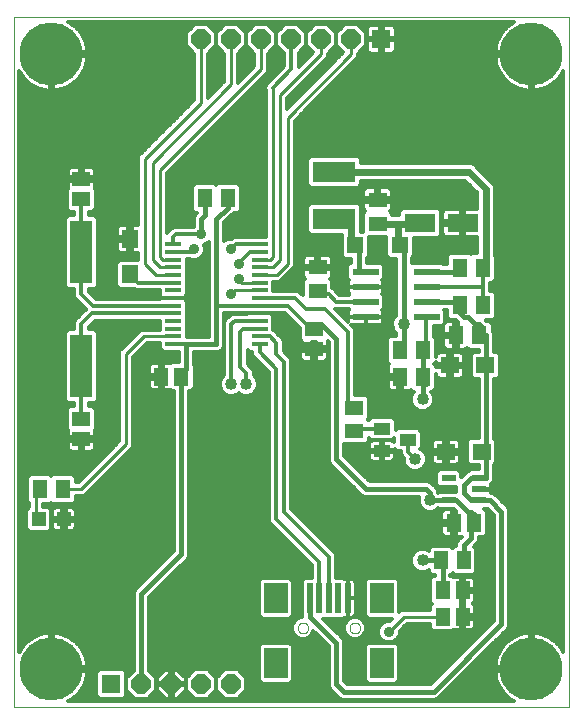
<source format=gtl>
G75*
G70*
%OFA0B0*%
%FSLAX24Y24*%
%IPPOS*%
%LPD*%
%AMOC8*
5,1,8,0,0,1.08239X$1,22.5*
%
%ADD10C,0.0000*%
%ADD11R,0.0197X0.0984*%
%ADD12R,0.0787X0.0984*%
%ADD13R,0.0472X0.0217*%
%ADD14R,0.0630X0.0551*%
%ADD15R,0.0640X0.0640*%
%ADD16OC8,0.0640*%
%ADD17R,0.0472X0.0591*%
%ADD18R,0.0512X0.0591*%
%ADD19R,0.0591X0.0512*%
%ADD20R,0.0512X0.0630*%
%ADD21R,0.0760X0.2100*%
%ADD22R,0.0866X0.0236*%
%ADD23R,0.1024X0.0630*%
%ADD24R,0.0630X0.0512*%
%ADD25R,0.1417X0.0709*%
%ADD26R,0.0551X0.0551*%
%ADD27R,0.0550X0.0137*%
%ADD28R,0.0551X0.0630*%
%ADD29R,0.0551X0.0394*%
%ADD30C,0.2100*%
%ADD31R,0.0472X0.0472*%
%ADD32C,0.0350*%
%ADD33C,0.0120*%
%ADD34C,0.0400*%
%ADD35C,0.0160*%
%ADD36C,0.0100*%
%ADD37C,0.0240*%
D10*
X000271Y005094D02*
X018771Y005094D01*
X018771Y028094D01*
X000271Y028094D01*
X000271Y005094D01*
X009728Y007719D02*
X009730Y007745D01*
X009736Y007771D01*
X009746Y007796D01*
X009759Y007819D01*
X009775Y007839D01*
X009795Y007857D01*
X009817Y007872D01*
X009840Y007884D01*
X009866Y007892D01*
X009892Y007896D01*
X009918Y007896D01*
X009944Y007892D01*
X009970Y007884D01*
X009994Y007872D01*
X010015Y007857D01*
X010035Y007839D01*
X010051Y007819D01*
X010064Y007796D01*
X010074Y007771D01*
X010080Y007745D01*
X010082Y007719D01*
X010080Y007693D01*
X010074Y007667D01*
X010064Y007642D01*
X010051Y007619D01*
X010035Y007599D01*
X010015Y007581D01*
X009993Y007566D01*
X009970Y007554D01*
X009944Y007546D01*
X009918Y007542D01*
X009892Y007542D01*
X009866Y007546D01*
X009840Y007554D01*
X009816Y007566D01*
X009795Y007581D01*
X009775Y007599D01*
X009759Y007619D01*
X009746Y007642D01*
X009736Y007667D01*
X009730Y007693D01*
X009728Y007719D01*
X011460Y007719D02*
X011462Y007745D01*
X011468Y007771D01*
X011478Y007796D01*
X011491Y007819D01*
X011507Y007839D01*
X011527Y007857D01*
X011549Y007872D01*
X011572Y007884D01*
X011598Y007892D01*
X011624Y007896D01*
X011650Y007896D01*
X011676Y007892D01*
X011702Y007884D01*
X011726Y007872D01*
X011747Y007857D01*
X011767Y007839D01*
X011783Y007819D01*
X011796Y007796D01*
X011806Y007771D01*
X011812Y007745D01*
X011814Y007719D01*
X011812Y007693D01*
X011806Y007667D01*
X011796Y007642D01*
X011783Y007619D01*
X011767Y007599D01*
X011747Y007581D01*
X011725Y007566D01*
X011702Y007554D01*
X011676Y007546D01*
X011650Y007542D01*
X011624Y007542D01*
X011598Y007546D01*
X011572Y007554D01*
X011548Y007566D01*
X011527Y007581D01*
X011507Y007599D01*
X011491Y007619D01*
X011478Y007642D01*
X011468Y007667D01*
X011462Y007693D01*
X011460Y007719D01*
D11*
X011401Y008703D03*
X011086Y008703D03*
X010771Y008703D03*
X010456Y008703D03*
X010141Y008703D03*
D12*
X008999Y008703D03*
X008999Y006538D03*
X012543Y006538D03*
X012543Y008703D03*
D13*
X014759Y011970D03*
X014759Y012718D03*
X015783Y012718D03*
X015783Y012344D03*
X015783Y011970D03*
D14*
X015862Y013594D03*
X014681Y013594D03*
X014806Y016469D03*
X015987Y016469D03*
D15*
X012521Y027344D03*
X003521Y005844D03*
D16*
X004521Y005844D03*
X005521Y005844D03*
X006521Y005844D03*
X007521Y005844D03*
X007521Y027344D03*
X006521Y027344D03*
X008521Y027344D03*
X009521Y027344D03*
X010521Y027344D03*
X011521Y027344D03*
D17*
X014521Y009969D03*
X015271Y009969D03*
D18*
X015231Y008969D03*
X015231Y008094D03*
X014561Y008094D03*
X014561Y008969D03*
X014936Y011219D03*
X015606Y011219D03*
X005856Y016094D03*
X005186Y016094D03*
D19*
X002521Y014679D03*
X002521Y014009D03*
X002521Y022009D03*
X002521Y022679D03*
X010271Y017679D03*
X010271Y017009D03*
D20*
X013147Y016969D03*
X013895Y016969D03*
X013895Y016094D03*
X013147Y016094D03*
X015002Y017469D03*
X015147Y018469D03*
X015790Y017469D03*
X015895Y018469D03*
X015895Y019719D03*
X015147Y019719D03*
X007395Y022044D03*
X006647Y022044D03*
X001895Y012344D03*
X001147Y012344D03*
D21*
X002521Y016444D03*
X002521Y020244D03*
D22*
X011997Y019594D03*
X011997Y019094D03*
X011997Y018594D03*
X011997Y018094D03*
X014045Y018094D03*
X014045Y018594D03*
X014045Y019094D03*
X014045Y019594D03*
D23*
X013812Y021219D03*
X015230Y021219D03*
D24*
X012396Y021200D03*
X012396Y021988D03*
X010396Y019738D03*
X010396Y018950D03*
X011621Y015043D03*
X011621Y014295D03*
D25*
X010946Y021357D03*
X010946Y022931D03*
D26*
X011648Y020469D03*
X013144Y020469D03*
D27*
X008460Y020507D03*
X008460Y020251D03*
X008460Y019996D03*
X008460Y019740D03*
X008460Y019484D03*
X008460Y019228D03*
X008460Y018972D03*
X008460Y018716D03*
X008460Y018460D03*
X008460Y018204D03*
X008460Y017948D03*
X008460Y017692D03*
X008460Y017436D03*
X008460Y017181D03*
X005582Y017181D03*
X005582Y017436D03*
X005582Y017692D03*
X005582Y017948D03*
X005582Y018204D03*
X005582Y018460D03*
X005582Y018716D03*
X005582Y018972D03*
X005582Y019228D03*
X005582Y019484D03*
X005582Y019740D03*
X005582Y019996D03*
X005582Y020251D03*
X005582Y020507D03*
D28*
X004146Y020684D03*
X004146Y019503D03*
D29*
X012538Y014368D03*
X012538Y013620D03*
X013404Y013994D03*
D30*
X017521Y006344D03*
X017521Y026844D03*
X001521Y026844D03*
X001521Y006344D03*
D31*
X001108Y011344D03*
X001934Y011344D03*
D32*
X006271Y020344D03*
X006521Y020844D03*
X007521Y020344D03*
X007771Y019844D03*
X007771Y019344D03*
X007521Y018844D03*
X012771Y007594D03*
D33*
X012801Y007949D02*
X012700Y007949D01*
X012570Y007895D01*
X012470Y007795D01*
X012416Y007665D01*
X012416Y007523D01*
X012470Y007393D01*
X012570Y007293D01*
X012700Y007239D01*
X012842Y007239D01*
X012972Y007293D01*
X013072Y007393D01*
X013126Y007523D01*
X013126Y007624D01*
X013366Y007864D01*
X014126Y007864D01*
X014126Y007724D01*
X014231Y007619D01*
X014892Y007619D01*
X014921Y007648D01*
X014954Y007639D01*
X015171Y007639D01*
X015171Y008034D01*
X015291Y008034D01*
X015291Y008154D01*
X015647Y008154D01*
X015647Y008410D01*
X015636Y008451D01*
X015615Y008487D01*
X015585Y008517D01*
X015560Y008531D01*
X015585Y008546D01*
X015615Y008575D01*
X015636Y008612D01*
X015647Y008653D01*
X015647Y008909D01*
X015291Y008909D01*
X015291Y009029D01*
X015647Y009029D01*
X015647Y009285D01*
X015636Y009326D01*
X015615Y009362D01*
X015585Y009392D01*
X015548Y009413D01*
X015508Y009424D01*
X015291Y009424D01*
X015291Y009029D01*
X015171Y009029D01*
X015171Y009424D01*
X014954Y009424D01*
X014921Y009415D01*
X014892Y009444D01*
X014821Y009444D01*
X014821Y009494D01*
X014832Y009494D01*
X014896Y009558D01*
X014960Y009494D01*
X015582Y009494D01*
X015687Y009599D01*
X015687Y010339D01*
X015598Y010428D01*
X015741Y010572D01*
X015781Y010667D01*
X015781Y010744D01*
X015936Y010744D01*
X016042Y010849D01*
X016042Y011589D01*
X015949Y011682D01*
X016066Y011682D01*
X016261Y011486D01*
X016261Y007952D01*
X014163Y005854D01*
X011379Y005854D01*
X011281Y005952D01*
X011281Y007271D01*
X011241Y007366D01*
X011168Y007439D01*
X010577Y008031D01*
X010629Y008031D01*
X010913Y008031D01*
X011259Y008031D01*
X011280Y008052D01*
X011281Y008051D01*
X011401Y008051D01*
X011506Y008051D01*
X011435Y008022D01*
X011334Y007921D01*
X011280Y007790D01*
X011280Y007648D01*
X011334Y007517D01*
X011435Y007416D01*
X011566Y007362D01*
X011708Y007362D01*
X011840Y007416D01*
X011940Y007517D01*
X011994Y007648D01*
X011994Y007790D01*
X011940Y007921D01*
X011840Y008022D01*
X011708Y008076D01*
X011586Y008076D01*
X011598Y008083D01*
X011627Y008113D01*
X011649Y008149D01*
X011659Y008190D01*
X011659Y008703D01*
X011401Y008703D01*
X011401Y008051D01*
X011401Y008703D01*
X011401Y008703D01*
X011401Y008703D01*
X011659Y008703D01*
X011659Y009216D01*
X011649Y009257D01*
X011627Y009294D01*
X011598Y009323D01*
X012022Y009323D01*
X012074Y009375D02*
X011969Y009270D01*
X011969Y008136D01*
X012074Y008031D01*
X012883Y008031D01*
X012801Y007949D01*
X012871Y008019D02*
X011842Y008019D01*
X011949Y007900D02*
X012583Y007900D01*
X012465Y007782D02*
X011994Y007782D01*
X011994Y007663D02*
X012416Y007663D01*
X012416Y007545D02*
X011952Y007545D01*
X011849Y007426D02*
X012456Y007426D01*
X012555Y007308D02*
X011266Y007308D01*
X011281Y007189D02*
X012054Y007189D01*
X012074Y007210D02*
X011969Y007104D01*
X011969Y005971D01*
X012074Y005866D01*
X013011Y005866D01*
X013116Y005971D01*
X013116Y007104D01*
X013011Y007210D01*
X012074Y007210D01*
X011969Y007070D02*
X011281Y007070D01*
X011281Y006952D02*
X011969Y006952D01*
X011969Y006833D02*
X011281Y006833D01*
X011281Y006715D02*
X011969Y006715D01*
X011969Y006596D02*
X011281Y006596D01*
X011281Y006478D02*
X011969Y006478D01*
X011969Y006359D02*
X011281Y006359D01*
X011281Y006241D02*
X011969Y006241D01*
X011969Y006122D02*
X011281Y006122D01*
X011281Y006004D02*
X011969Y006004D01*
X012055Y005885D02*
X011348Y005885D01*
X011086Y005411D02*
X007795Y005411D01*
X007728Y005344D02*
X008021Y005637D01*
X008021Y006051D01*
X007728Y006344D01*
X007314Y006344D01*
X007021Y006051D01*
X006728Y006344D01*
X006314Y006344D01*
X006021Y006051D01*
X006021Y005637D01*
X006314Y005344D01*
X006728Y005344D01*
X007021Y005637D01*
X007314Y005344D01*
X007728Y005344D01*
X007914Y005529D02*
X010968Y005529D01*
X010849Y005648D02*
X008021Y005648D01*
X008021Y005766D02*
X010772Y005766D01*
X010761Y005792D02*
X010801Y005697D01*
X011124Y005374D01*
X011219Y005334D01*
X011323Y005334D01*
X014219Y005334D01*
X014323Y005334D01*
X014418Y005374D01*
X016668Y007624D01*
X016741Y007697D01*
X016781Y007792D01*
X016781Y011646D01*
X016741Y011741D01*
X016668Y011814D01*
X016292Y012190D01*
X016197Y012230D01*
X016179Y012230D01*
X016179Y012344D01*
X016179Y012473D01*
X016170Y012506D01*
X016199Y012535D01*
X016199Y012539D01*
X016210Y012551D01*
X016241Y012583D01*
X016244Y012589D01*
X016249Y012594D01*
X016264Y012636D01*
X016281Y012678D01*
X016281Y012685D01*
X016283Y012691D01*
X016281Y012736D01*
X016281Y013168D01*
X016357Y013244D01*
X016357Y013944D01*
X016281Y014020D01*
X016281Y016013D01*
X016376Y016013D01*
X016482Y016119D01*
X016482Y016819D01*
X016376Y016924D01*
X016281Y016924D01*
X016281Y017521D01*
X016241Y017616D01*
X016226Y017632D01*
X016226Y017858D01*
X018591Y017858D01*
X018591Y017976D02*
X016228Y017976D01*
X016226Y017974D02*
X016331Y018079D01*
X016331Y018858D01*
X016226Y018964D01*
X016136Y018964D01*
X016136Y019046D01*
X016136Y019224D01*
X016226Y019224D01*
X016331Y019329D01*
X016331Y020108D01*
X016321Y020118D01*
X016321Y022404D01*
X016275Y022514D01*
X016191Y022598D01*
X015604Y023186D01*
X015493Y023231D01*
X015374Y023231D01*
X011835Y023231D01*
X011835Y023360D01*
X011729Y023466D01*
X010163Y023466D01*
X010057Y023360D01*
X010057Y022502D01*
X010163Y022397D01*
X011729Y022397D01*
X011835Y022502D01*
X011835Y022631D01*
X015309Y022631D01*
X015721Y022220D01*
X015721Y021694D01*
X015290Y021694D01*
X015290Y021279D01*
X015170Y021279D01*
X015170Y021694D01*
X014697Y021694D01*
X014656Y021683D01*
X014620Y021662D01*
X014590Y021632D01*
X014569Y021596D01*
X014558Y021555D01*
X014558Y021279D01*
X015170Y021279D01*
X015170Y021159D01*
X015290Y021159D01*
X015290Y020744D01*
X015721Y020744D01*
X015721Y020214D01*
X015565Y020214D01*
X015521Y020170D01*
X015478Y020214D01*
X014817Y020214D01*
X014711Y020108D01*
X014711Y019854D01*
X014590Y019854D01*
X014552Y019892D01*
X013537Y019892D01*
X013531Y019886D01*
X013531Y020050D01*
X013600Y020119D01*
X013600Y020724D01*
X014399Y020724D01*
X014504Y020829D01*
X014504Y021608D01*
X014399Y021714D01*
X013226Y021714D01*
X013121Y021608D01*
X013121Y021494D01*
X013011Y021494D01*
X012891Y021494D01*
X012891Y021531D01*
X012814Y021608D01*
X012839Y021633D01*
X012860Y021670D01*
X012871Y021711D01*
X012871Y021928D01*
X012456Y021928D01*
X012456Y022048D01*
X012336Y022048D01*
X012336Y022404D01*
X012060Y022404D01*
X012019Y022393D01*
X011983Y022372D01*
X011953Y022342D01*
X011932Y022305D01*
X011921Y022265D01*
X011921Y022048D01*
X012336Y022048D01*
X012336Y021928D01*
X011921Y021928D01*
X011921Y021711D01*
X011932Y021670D01*
X011953Y021633D01*
X011979Y021608D01*
X011901Y021531D01*
X011901Y020924D01*
X011832Y020924D01*
X011835Y020928D01*
X011835Y021785D01*
X011729Y021891D01*
X010163Y021891D01*
X010057Y021785D01*
X010057Y020928D01*
X010163Y020822D01*
X011196Y020822D01*
X011192Y020819D01*
X011192Y020119D01*
X011298Y020013D01*
X011511Y020013D01*
X011511Y019892D01*
X011490Y019892D01*
X011384Y019787D01*
X011384Y019401D01*
X011456Y019330D01*
X011436Y019310D01*
X011415Y019274D01*
X011404Y019233D01*
X011404Y019094D01*
X011997Y019094D01*
X011997Y019094D01*
X011404Y019094D01*
X011404Y018955D01*
X011415Y018914D01*
X011436Y018878D01*
X011456Y018858D01*
X011432Y018834D01*
X011120Y018834D01*
X010975Y018980D01*
X010907Y019047D01*
X010891Y019054D01*
X010891Y019281D01*
X010814Y019358D01*
X010839Y019383D01*
X010860Y019420D01*
X010871Y019461D01*
X010871Y019678D01*
X010456Y019678D01*
X010456Y019798D01*
X010336Y019798D01*
X010336Y020154D01*
X010060Y020154D01*
X010019Y020143D01*
X009983Y020122D01*
X009953Y020092D01*
X009932Y020055D01*
X009921Y020015D01*
X009921Y019798D01*
X010336Y019798D01*
X010336Y019678D01*
X009921Y019678D01*
X009921Y019461D01*
X009932Y019420D01*
X009953Y019383D01*
X009979Y019358D01*
X009901Y019281D01*
X009901Y018803D01*
X009785Y018919D01*
X009697Y018956D01*
X009601Y018956D01*
X008915Y018956D01*
X008915Y019115D01*
X008915Y019254D01*
X008941Y019254D01*
X009131Y019254D01*
X009491Y019614D01*
X009626Y019749D01*
X009626Y024624D01*
X011751Y026749D01*
X011751Y026867D01*
X012021Y027137D01*
X012021Y027551D01*
X011728Y027844D01*
X011314Y027844D01*
X011021Y027551D01*
X010728Y027844D01*
X010314Y027844D01*
X010021Y027551D01*
X009728Y027844D01*
X009314Y027844D01*
X009021Y027551D01*
X008728Y027844D01*
X008314Y027844D01*
X008021Y027551D01*
X007728Y027844D01*
X007314Y027844D01*
X007021Y027551D01*
X006728Y027844D01*
X006314Y027844D01*
X006021Y027551D01*
X006021Y027137D01*
X006291Y026867D01*
X006291Y025314D01*
X004551Y023574D01*
X004416Y023439D01*
X004416Y021159D01*
X004206Y021159D01*
X004206Y020745D01*
X004086Y020745D01*
X004086Y021159D01*
X003849Y021159D01*
X003809Y021149D01*
X003772Y021127D01*
X003742Y021098D01*
X003721Y021061D01*
X003711Y021021D01*
X003711Y020744D01*
X004086Y020744D01*
X004086Y020625D01*
X003711Y020625D01*
X003711Y020348D01*
X003721Y020308D01*
X003742Y020271D01*
X003772Y020241D01*
X003809Y020220D01*
X003849Y020210D01*
X004086Y020210D01*
X004086Y020624D01*
X004206Y020624D01*
X004206Y020210D01*
X004416Y020210D01*
X004416Y019998D01*
X003796Y019998D01*
X003691Y019893D01*
X003691Y019114D01*
X003796Y019008D01*
X004324Y019008D01*
X004374Y018988D01*
X004469Y018988D01*
X005127Y018988D01*
X005127Y018829D01*
X005147Y018808D01*
X005147Y018806D01*
X002898Y018806D01*
X003004Y018700D02*
X002761Y018943D01*
X002761Y019014D01*
X002976Y019014D01*
X003081Y019119D01*
X003081Y021368D01*
X002976Y021474D01*
X002761Y021474D01*
X002761Y021573D01*
X002891Y021573D01*
X002996Y021679D01*
X002996Y022340D01*
X002967Y022369D01*
X002976Y022402D01*
X002976Y022619D01*
X002581Y022619D01*
X002581Y022738D01*
X002976Y022738D01*
X002976Y022956D01*
X002965Y022996D01*
X002944Y023033D01*
X002915Y023062D01*
X002878Y023084D01*
X002837Y023094D01*
X002581Y023094D01*
X002581Y022739D01*
X002461Y022739D01*
X002461Y023094D01*
X002205Y023094D01*
X002164Y023084D01*
X002128Y023062D01*
X002098Y023033D01*
X002077Y022996D01*
X002066Y022956D01*
X002066Y022738D01*
X002461Y022738D01*
X002461Y022619D01*
X002066Y022619D01*
X002066Y022402D01*
X002075Y022369D01*
X002046Y022340D01*
X002046Y021679D01*
X002151Y021573D01*
X002281Y021573D01*
X002281Y021474D01*
X002067Y021474D01*
X001961Y021368D01*
X001961Y019119D01*
X002067Y019014D01*
X002281Y019014D01*
X002281Y018892D01*
X002281Y018796D01*
X002318Y018708D01*
X002682Y018344D01*
X002385Y018047D01*
X002318Y017980D01*
X002281Y017892D01*
X002281Y017674D01*
X002067Y017674D01*
X001961Y017568D01*
X001961Y015319D01*
X002067Y015214D01*
X002281Y015214D01*
X002281Y015114D01*
X002151Y015114D01*
X002046Y015009D01*
X002046Y014348D01*
X002075Y014319D01*
X002066Y014286D01*
X002066Y014069D01*
X002461Y014069D01*
X002461Y013949D01*
X002581Y013949D01*
X002581Y013593D01*
X002837Y013593D01*
X002878Y013604D01*
X002915Y013625D01*
X002944Y013655D01*
X002965Y013692D01*
X002976Y013732D01*
X002976Y013949D01*
X002581Y013949D01*
X002581Y014069D01*
X002976Y014069D01*
X002976Y014286D01*
X002967Y014319D01*
X002996Y014348D01*
X002996Y015009D01*
X002891Y015114D01*
X002761Y015114D01*
X002761Y015214D01*
X002976Y015214D01*
X003081Y015319D01*
X003081Y017568D01*
X002976Y017674D01*
X002761Y017674D01*
X002761Y017744D01*
X002981Y017964D01*
X005127Y017964D01*
X005127Y017835D01*
X005127Y017666D01*
X004709Y017666D01*
X004518Y017666D01*
X003791Y016939D01*
X003791Y016749D01*
X003791Y013939D01*
X002426Y012574D01*
X002331Y012574D01*
X002331Y012733D01*
X002226Y012839D01*
X001565Y012839D01*
X001521Y012795D01*
X001478Y012839D01*
X000817Y012839D01*
X000711Y012733D01*
X000711Y011954D01*
X000791Y011874D01*
X000791Y011754D01*
X000691Y011655D01*
X000691Y011033D01*
X000797Y010928D01*
X001418Y010928D01*
X001524Y011033D01*
X001524Y011655D01*
X001418Y011760D01*
X001251Y011760D01*
X001251Y011849D01*
X001478Y011849D01*
X001521Y011893D01*
X001565Y011849D01*
X002226Y011849D01*
X002331Y011954D01*
X002331Y012114D01*
X002426Y012114D01*
X002616Y012114D01*
X004116Y013614D01*
X004251Y013749D01*
X004251Y016749D01*
X004709Y017206D01*
X005127Y017206D01*
X005127Y017037D01*
X005232Y016932D01*
X005761Y016932D01*
X005761Y016569D01*
X005525Y016569D01*
X005496Y016540D01*
X005463Y016549D01*
X005246Y016549D01*
X005246Y016154D01*
X005126Y016154D01*
X005126Y016034D01*
X004771Y016034D01*
X004771Y015778D01*
X004781Y015737D01*
X004803Y015700D01*
X004832Y015671D01*
X004869Y015650D01*
X004909Y015639D01*
X005126Y015639D01*
X005126Y016034D01*
X005246Y016034D01*
X005246Y015639D01*
X005463Y015639D01*
X005496Y015648D01*
X005525Y015619D01*
X005596Y015619D01*
X005596Y010286D01*
X004301Y008991D01*
X004261Y008896D01*
X004261Y008792D01*
X004261Y006291D01*
X004021Y006051D01*
X004021Y005637D01*
X004314Y005344D01*
X004728Y005344D01*
X005021Y005637D01*
X005021Y006051D01*
X004781Y006291D01*
X004781Y008736D01*
X006076Y010031D01*
X006116Y010127D01*
X006116Y010230D01*
X006116Y015619D01*
X006186Y015619D01*
X006292Y015724D01*
X007159Y015724D01*
X007141Y015768D02*
X007199Y015629D01*
X007306Y015522D01*
X007445Y015464D01*
X007597Y015464D01*
X007736Y015522D01*
X007771Y015557D01*
X007806Y015522D01*
X007945Y015464D01*
X008097Y015464D01*
X008236Y015522D01*
X008343Y015629D01*
X008401Y015768D01*
X008401Y015920D01*
X008343Y016059D01*
X008261Y016141D01*
X008261Y016267D01*
X008225Y016355D01*
X008157Y016422D01*
X008061Y016518D01*
X008061Y016982D01*
X008111Y016932D01*
X008220Y016932D01*
X008220Y016857D01*
X008257Y016769D01*
X008781Y016244D01*
X008781Y011392D01*
X008781Y011296D01*
X008818Y011208D01*
X010216Y009809D01*
X010216Y009375D01*
X009968Y009375D01*
X009863Y009270D01*
X009863Y008136D01*
X009881Y008118D01*
X009881Y008076D01*
X009834Y008076D01*
X009703Y008022D01*
X009602Y007921D01*
X009548Y007790D01*
X009548Y007648D01*
X009602Y007517D01*
X009703Y007416D01*
X009834Y007362D01*
X009976Y007362D01*
X010107Y007416D01*
X010208Y007517D01*
X010251Y007621D01*
X010761Y007111D01*
X010761Y005896D01*
X010761Y005792D01*
X010761Y005885D02*
X009487Y005885D01*
X009468Y005866D02*
X009573Y005971D01*
X009573Y007104D01*
X009468Y007210D01*
X008531Y007210D01*
X008426Y007104D01*
X008426Y005971D01*
X008531Y005866D01*
X009468Y005866D01*
X009573Y006004D02*
X010761Y006004D01*
X010761Y006122D02*
X009573Y006122D01*
X009573Y006241D02*
X010761Y006241D01*
X010761Y006359D02*
X009573Y006359D01*
X009573Y006478D02*
X010761Y006478D01*
X010761Y006596D02*
X009573Y006596D01*
X009573Y006715D02*
X010761Y006715D01*
X010761Y006833D02*
X009573Y006833D01*
X009573Y006952D02*
X010761Y006952D01*
X010761Y007070D02*
X009573Y007070D01*
X009489Y007189D02*
X010683Y007189D01*
X010565Y007308D02*
X004781Y007308D01*
X004781Y007426D02*
X009693Y007426D01*
X009591Y007545D02*
X004781Y007545D01*
X004781Y007663D02*
X009548Y007663D01*
X009548Y007782D02*
X004781Y007782D01*
X004781Y007900D02*
X009594Y007900D01*
X009700Y008019D02*
X004781Y008019D01*
X004781Y008137D02*
X008426Y008137D01*
X008426Y008136D02*
X008531Y008031D01*
X009468Y008031D01*
X009573Y008136D01*
X009573Y009270D01*
X009468Y009375D01*
X008531Y009375D01*
X008426Y009270D01*
X008426Y008136D01*
X008426Y008256D02*
X004781Y008256D01*
X004781Y008374D02*
X008426Y008374D01*
X008426Y008493D02*
X004781Y008493D01*
X004781Y008611D02*
X008426Y008611D01*
X008426Y008730D02*
X004781Y008730D01*
X004893Y008849D02*
X008426Y008849D01*
X008426Y008967D02*
X005012Y008967D01*
X005131Y009086D02*
X008426Y009086D01*
X008426Y009204D02*
X005249Y009204D01*
X005368Y009323D02*
X008479Y009323D01*
X009280Y010745D02*
X006116Y010745D01*
X006116Y010627D02*
X009399Y010627D01*
X009517Y010508D02*
X006116Y010508D01*
X006116Y010390D02*
X009636Y010390D01*
X009754Y010271D02*
X006116Y010271D01*
X006116Y010153D02*
X009873Y010153D01*
X009992Y010034D02*
X006077Y010034D01*
X005960Y009915D02*
X010110Y009915D01*
X010216Y009797D02*
X005842Y009797D01*
X005723Y009678D02*
X010216Y009678D01*
X010216Y009560D02*
X005605Y009560D01*
X005486Y009441D02*
X010216Y009441D01*
X009916Y009323D02*
X009520Y009323D01*
X009573Y009204D02*
X009863Y009204D01*
X009863Y009086D02*
X009573Y009086D01*
X009573Y008967D02*
X009863Y008967D01*
X009863Y008849D02*
X009573Y008849D01*
X009573Y008730D02*
X009863Y008730D01*
X009863Y008611D02*
X009573Y008611D01*
X009573Y008493D02*
X009863Y008493D01*
X009863Y008374D02*
X009573Y008374D01*
X009573Y008256D02*
X009863Y008256D01*
X009863Y008137D02*
X009573Y008137D01*
X010219Y007545D02*
X010328Y007545D01*
X010446Y007426D02*
X010117Y007426D01*
X010589Y008019D02*
X011432Y008019D01*
X011401Y008137D02*
X011401Y008137D01*
X011401Y008256D02*
X011401Y008256D01*
X011401Y008374D02*
X011401Y008374D01*
X011401Y008493D02*
X011401Y008493D01*
X011401Y008611D02*
X011401Y008611D01*
X011401Y008704D02*
X011401Y009355D01*
X011281Y009355D01*
X011280Y009355D01*
X011259Y009375D01*
X011011Y009375D01*
X011011Y010046D01*
X011011Y010142D01*
X010975Y010230D01*
X009511Y011693D01*
X009511Y016642D01*
X009475Y016730D01*
X009407Y016797D01*
X009261Y016943D01*
X009261Y017171D01*
X009261Y017267D01*
X009225Y017355D01*
X008940Y017640D01*
X008915Y017650D01*
X008915Y017835D01*
X008915Y018091D01*
X008895Y018112D01*
X008895Y018115D01*
X008895Y018204D01*
X008461Y018204D01*
X008461Y018204D01*
X008895Y018204D01*
X008895Y018220D01*
X009306Y018220D01*
X009796Y017730D01*
X009796Y017348D01*
X009825Y017319D01*
X009816Y017286D01*
X009816Y017069D01*
X010211Y017069D01*
X010211Y016949D01*
X010331Y016949D01*
X010331Y016593D01*
X010587Y016593D01*
X010628Y016604D01*
X010665Y016625D01*
X010694Y016655D01*
X010715Y016692D01*
X010726Y016732D01*
X010726Y016949D01*
X010331Y016949D01*
X010331Y017069D01*
X010726Y017069D01*
X010726Y017271D01*
X010761Y017236D01*
X010761Y013396D01*
X010761Y013292D01*
X010801Y013197D01*
X011801Y012197D01*
X011874Y012124D01*
X011969Y012084D01*
X013782Y012084D01*
X013766Y012045D01*
X013766Y011893D01*
X013824Y011754D01*
X013931Y011647D01*
X014070Y011589D01*
X014222Y011589D01*
X014361Y011647D01*
X014422Y011708D01*
X014448Y011682D01*
X014941Y011682D01*
X014996Y011626D01*
X014996Y011279D01*
X014876Y011279D01*
X014876Y011159D01*
X014521Y011159D01*
X014521Y010903D01*
X014531Y010862D01*
X014553Y010825D01*
X014582Y010796D01*
X014619Y010775D01*
X014659Y010764D01*
X014876Y010764D01*
X014876Y011159D01*
X014996Y011159D01*
X014996Y010764D01*
X015198Y010764D01*
X015124Y010689D01*
X015051Y010616D01*
X015011Y010521D01*
X015011Y010444D01*
X014960Y010444D01*
X014896Y010380D01*
X014832Y010444D01*
X014210Y010444D01*
X014105Y010339D01*
X014105Y010294D01*
X013972Y010349D01*
X013820Y010349D01*
X013681Y010291D01*
X013574Y010184D01*
X013516Y010045D01*
X013516Y009893D01*
X013574Y009754D01*
X013681Y009647D01*
X013820Y009589D01*
X013972Y009589D01*
X014105Y009644D01*
X014105Y009599D01*
X014210Y009494D01*
X014301Y009494D01*
X014301Y009444D01*
X014231Y009444D01*
X014126Y009339D01*
X014126Y008599D01*
X014193Y008531D01*
X014126Y008464D01*
X014126Y008324D01*
X013366Y008324D01*
X013176Y008324D01*
X013116Y008264D01*
X013116Y009270D01*
X013011Y009375D01*
X012074Y009375D01*
X011969Y009204D02*
X011659Y009204D01*
X011659Y009086D02*
X011969Y009086D01*
X011969Y008967D02*
X011659Y008967D01*
X011659Y008849D02*
X011969Y008849D01*
X011969Y008730D02*
X011659Y008730D01*
X011659Y008611D02*
X011969Y008611D01*
X011969Y008493D02*
X011659Y008493D01*
X011659Y008374D02*
X011969Y008374D01*
X011969Y008256D02*
X011659Y008256D01*
X011642Y008137D02*
X011969Y008137D01*
X011425Y007426D02*
X011182Y007426D01*
X011063Y007545D02*
X011323Y007545D01*
X011280Y007663D02*
X010945Y007663D01*
X010826Y007782D02*
X011280Y007782D01*
X011326Y007900D02*
X010707Y007900D01*
X010771Y008703D02*
X010771Y010094D01*
X009271Y011594D01*
X009271Y016594D01*
X009021Y016844D01*
X009021Y017219D01*
X008804Y017436D01*
X008460Y017436D01*
X008460Y017181D02*
X008460Y016905D01*
X009021Y016344D01*
X009021Y011344D01*
X010456Y009909D01*
X010456Y008703D01*
X011011Y009441D02*
X014228Y009441D01*
X014144Y009560D02*
X011011Y009560D01*
X011011Y009678D02*
X013649Y009678D01*
X013556Y009797D02*
X011011Y009797D01*
X011011Y009915D02*
X013516Y009915D01*
X013516Y010034D02*
X011011Y010034D01*
X011007Y010153D02*
X013561Y010153D01*
X013661Y010271D02*
X010933Y010271D01*
X010815Y010390D02*
X014156Y010390D01*
X014531Y010864D02*
X010341Y010864D01*
X010459Y010745D02*
X015180Y010745D01*
X015061Y010627D02*
X010578Y010627D01*
X010696Y010508D02*
X015011Y010508D01*
X014906Y010390D02*
X014886Y010390D01*
X014876Y010864D02*
X014996Y010864D01*
X014996Y010982D02*
X014876Y010982D01*
X014876Y011101D02*
X014996Y011101D01*
X014876Y011219D02*
X009985Y011219D01*
X010104Y011101D02*
X014521Y011101D01*
X014521Y010982D02*
X010222Y010982D01*
X009866Y011338D02*
X014521Y011338D01*
X014521Y011279D02*
X014876Y011279D01*
X014876Y011674D01*
X014659Y011674D01*
X014619Y011663D01*
X014582Y011642D01*
X014553Y011612D01*
X014531Y011576D01*
X014521Y011535D01*
X014521Y011279D01*
X014521Y011457D02*
X009748Y011457D01*
X009629Y011575D02*
X014531Y011575D01*
X014436Y011694D02*
X014408Y011694D01*
X014421Y012231D02*
X014406Y012246D01*
X014406Y012271D01*
X014366Y012366D01*
X014293Y012439D01*
X014168Y012564D01*
X014073Y012604D01*
X013969Y012604D01*
X012129Y012604D01*
X011281Y013452D01*
X011281Y013859D01*
X012011Y013859D01*
X012116Y013964D01*
X012116Y014063D01*
X012188Y013991D01*
X012888Y013991D01*
X012949Y014052D01*
X012949Y013903D01*
X012942Y013915D01*
X012912Y013945D01*
X012875Y013966D01*
X012835Y013977D01*
X012576Y013977D01*
X012576Y013659D01*
X012500Y013659D01*
X012500Y013977D01*
X012241Y013977D01*
X012201Y013966D01*
X012164Y013945D01*
X012134Y013915D01*
X012113Y013879D01*
X012102Y013838D01*
X012102Y013658D01*
X012499Y013658D01*
X012499Y013581D01*
X012102Y013581D01*
X012102Y013402D01*
X012113Y013361D01*
X012134Y013325D01*
X012164Y013295D01*
X012201Y013274D01*
X012241Y013263D01*
X012500Y013263D01*
X012500Y013581D01*
X012576Y013581D01*
X012576Y013263D01*
X012835Y013263D01*
X012875Y013274D01*
X012912Y013295D01*
X012942Y013325D01*
X012963Y013361D01*
X012974Y013402D01*
X012974Y013581D01*
X012577Y013581D01*
X012577Y013658D01*
X012974Y013658D01*
X012974Y013698D01*
X013054Y013617D01*
X013164Y013617D01*
X013164Y013538D01*
X013201Y013450D01*
X013266Y013384D01*
X013266Y013268D01*
X013324Y013129D01*
X013431Y013022D01*
X013570Y012964D01*
X013722Y012964D01*
X013861Y013022D01*
X013968Y013129D01*
X014026Y013268D01*
X014026Y013420D01*
X013968Y013559D01*
X013861Y013666D01*
X013820Y013683D01*
X013860Y013723D01*
X013860Y014265D01*
X013754Y014371D01*
X013054Y014371D01*
X012994Y014310D01*
X012994Y014639D01*
X012888Y014745D01*
X012188Y014745D01*
X012092Y014649D01*
X012072Y014669D01*
X012116Y014712D01*
X012116Y015373D01*
X012011Y015479D01*
X011636Y015479D01*
X011636Y017642D01*
X011600Y017730D01*
X011532Y017797D01*
X011503Y017827D01*
X011503Y017827D01*
X011543Y017816D01*
X011997Y017816D01*
X011997Y018094D01*
X011997Y018094D01*
X011404Y018094D01*
X011404Y018233D01*
X011415Y018274D01*
X011436Y018310D01*
X011456Y018330D01*
X011432Y018354D01*
X010975Y018354D01*
X011415Y017914D01*
X011415Y017914D01*
X011404Y017955D01*
X011404Y018094D01*
X011997Y018094D01*
X011998Y018094D01*
X012591Y018094D01*
X012591Y018233D01*
X012580Y018274D01*
X012559Y018310D01*
X012539Y018330D01*
X012611Y018401D01*
X012611Y018787D01*
X012539Y018858D01*
X012559Y018878D01*
X012580Y018914D01*
X012591Y018955D01*
X012591Y019094D01*
X012591Y019233D01*
X012580Y019274D01*
X012559Y019310D01*
X012539Y019330D01*
X012611Y019401D01*
X012611Y019787D01*
X012505Y019892D01*
X012031Y019892D01*
X012031Y020046D01*
X012104Y020119D01*
X012104Y020764D01*
X012689Y020764D01*
X012689Y020119D01*
X012794Y020013D01*
X013011Y020013D01*
X013011Y018121D01*
X012949Y018059D01*
X012891Y017920D01*
X012891Y017768D01*
X012949Y017629D01*
X013011Y017566D01*
X013011Y017464D01*
X012817Y017464D01*
X012711Y017358D01*
X012711Y016579D01*
X012773Y016517D01*
X012763Y016507D01*
X012742Y016471D01*
X012731Y016430D01*
X012731Y016154D01*
X013087Y016154D01*
X013087Y016034D01*
X012731Y016034D01*
X012731Y015758D01*
X012742Y015717D01*
X012763Y015681D01*
X012793Y015651D01*
X012829Y015630D01*
X012870Y015619D01*
X013087Y015619D01*
X013087Y016034D01*
X013207Y016034D01*
X013207Y015619D01*
X013424Y015619D01*
X013465Y015630D01*
X013501Y015651D01*
X013507Y015657D01*
X013565Y015599D01*
X013614Y015599D01*
X013574Y015559D01*
X013516Y015420D01*
X013516Y015268D01*
X013574Y015129D01*
X013681Y015022D01*
X013820Y014964D01*
X013972Y014964D01*
X014111Y015022D01*
X014218Y015129D01*
X014276Y015268D01*
X014276Y015420D01*
X014218Y015559D01*
X014178Y015599D01*
X014226Y015599D01*
X014331Y015704D01*
X014331Y016171D01*
X014341Y016132D01*
X014363Y016095D01*
X014392Y016065D01*
X014429Y016044D01*
X014469Y016033D01*
X014746Y016033D01*
X014746Y016409D01*
X014865Y016409D01*
X014865Y016033D01*
X015142Y016033D01*
X015182Y016044D01*
X015219Y016065D01*
X015249Y016095D01*
X015270Y016132D01*
X015280Y016172D01*
X015280Y016409D01*
X014866Y016409D01*
X014866Y016529D01*
X015280Y016529D01*
X015280Y016766D01*
X015270Y016806D01*
X015249Y016843D01*
X015219Y016873D01*
X015182Y016894D01*
X015142Y016904D01*
X014865Y016904D01*
X014865Y016529D01*
X014746Y016529D01*
X014746Y016904D01*
X014469Y016904D01*
X014429Y016894D01*
X014392Y016873D01*
X014363Y016843D01*
X014341Y016806D01*
X014331Y016767D01*
X014331Y017358D01*
X014261Y017428D01*
X014261Y017796D01*
X014552Y017796D01*
X014596Y017839D01*
X014586Y017805D01*
X014586Y017529D01*
X014942Y017529D01*
X014942Y017409D01*
X014586Y017409D01*
X014586Y017133D01*
X014597Y017092D01*
X014618Y017056D01*
X014648Y017026D01*
X014685Y017005D01*
X014725Y016994D01*
X014942Y016994D01*
X014942Y017409D01*
X015062Y017409D01*
X015062Y016994D01*
X015279Y016994D01*
X015320Y017005D01*
X015357Y017026D01*
X015382Y017051D01*
X015459Y016974D01*
X015761Y016974D01*
X015761Y016924D01*
X015597Y016924D01*
X015492Y016819D01*
X015492Y016119D01*
X015597Y016013D01*
X015761Y016013D01*
X015761Y014049D01*
X015472Y014049D01*
X015367Y013944D01*
X015367Y013244D01*
X015472Y013138D01*
X015761Y013138D01*
X015761Y013006D01*
X015472Y013006D01*
X015428Y012962D01*
X015374Y012939D01*
X015301Y012866D01*
X015175Y012741D01*
X015175Y012901D01*
X015070Y013006D01*
X014448Y013006D01*
X014343Y012901D01*
X014343Y012535D01*
X014448Y012430D01*
X015011Y012430D01*
X015011Y012417D01*
X015011Y012258D01*
X014448Y012258D01*
X014421Y012231D01*
X014400Y012286D02*
X015011Y012286D01*
X015011Y012405D02*
X014328Y012405D01*
X014355Y012523D02*
X014209Y012523D01*
X014343Y012642D02*
X012091Y012642D01*
X011972Y012761D02*
X014343Y012761D01*
X014343Y012879D02*
X011854Y012879D01*
X011735Y012998D02*
X013489Y012998D01*
X013336Y013116D02*
X011617Y013116D01*
X011498Y013235D02*
X013280Y013235D01*
X013266Y013353D02*
X012958Y013353D01*
X012974Y013472D02*
X013192Y013472D01*
X013164Y013590D02*
X012577Y013590D01*
X012499Y013590D02*
X011281Y013590D01*
X011281Y013472D02*
X012102Y013472D01*
X012118Y013353D02*
X011379Y013353D01*
X011281Y013709D02*
X012102Y013709D01*
X012102Y013827D02*
X011281Y013827D01*
X011621Y014295D02*
X011621Y014344D01*
X012521Y014344D01*
X012521Y014368D01*
X012538Y014368D01*
X012500Y013946D02*
X012576Y013946D01*
X012576Y013827D02*
X012500Y013827D01*
X012500Y013709D02*
X012576Y013709D01*
X012576Y013472D02*
X012500Y013472D01*
X012500Y013353D02*
X012576Y013353D01*
X012910Y013946D02*
X012949Y013946D01*
X012994Y014420D02*
X015761Y014420D01*
X015761Y014302D02*
X013823Y014302D01*
X013860Y014183D02*
X015761Y014183D01*
X015761Y014064D02*
X013860Y014064D01*
X013860Y013946D02*
X014225Y013946D01*
X014216Y013931D02*
X014206Y013891D01*
X014206Y013654D01*
X014620Y013654D01*
X014620Y013534D01*
X014206Y013534D01*
X014206Y013297D01*
X014216Y013257D01*
X014238Y013220D01*
X014267Y013190D01*
X014304Y013169D01*
X014344Y013158D01*
X014621Y013158D01*
X014621Y013534D01*
X014740Y013534D01*
X014740Y013158D01*
X015017Y013158D01*
X015057Y013169D01*
X015094Y013190D01*
X015124Y013220D01*
X015145Y013257D01*
X015155Y013297D01*
X015155Y013534D01*
X014741Y013534D01*
X014741Y013654D01*
X015155Y013654D01*
X015155Y013891D01*
X015145Y013931D01*
X015124Y013968D01*
X015094Y013998D01*
X015057Y014019D01*
X015017Y014029D01*
X014740Y014029D01*
X014740Y013654D01*
X014621Y013654D01*
X014621Y014029D01*
X014344Y014029D01*
X014304Y014019D01*
X014267Y013998D01*
X014238Y013968D01*
X014216Y013931D01*
X014206Y013827D02*
X013860Y013827D01*
X013846Y013709D02*
X014206Y013709D01*
X014206Y013472D02*
X014004Y013472D01*
X014026Y013353D02*
X014206Y013353D01*
X014229Y013235D02*
X014012Y013235D01*
X013956Y013116D02*
X015761Y013116D01*
X015464Y012998D02*
X015079Y012998D01*
X015175Y012879D02*
X015314Y012879D01*
X015195Y012761D02*
X015175Y012761D01*
X015132Y013235D02*
X015376Y013235D01*
X015367Y013353D02*
X015155Y013353D01*
X015155Y013472D02*
X015367Y013472D01*
X015367Y013590D02*
X014741Y013590D01*
X014740Y013472D02*
X014621Y013472D01*
X014620Y013590D02*
X013937Y013590D01*
X013646Y013344D02*
X013404Y013586D01*
X013404Y013994D01*
X012994Y014539D02*
X015761Y014539D01*
X015761Y014657D02*
X012976Y014657D01*
X013573Y015131D02*
X012116Y015131D01*
X012116Y015013D02*
X013702Y015013D01*
X013524Y015250D02*
X012116Y015250D01*
X012116Y015368D02*
X013516Y015368D01*
X013544Y015487D02*
X011636Y015487D01*
X011636Y015606D02*
X013558Y015606D01*
X013207Y015724D02*
X013087Y015724D01*
X013087Y015843D02*
X013207Y015843D01*
X013207Y015961D02*
X013087Y015961D01*
X013087Y016080D02*
X011636Y016080D01*
X011636Y016198D02*
X012731Y016198D01*
X012731Y016317D02*
X011636Y016317D01*
X011636Y016435D02*
X012733Y016435D01*
X012737Y016554D02*
X011636Y016554D01*
X011636Y016672D02*
X012711Y016672D01*
X012711Y016791D02*
X011636Y016791D01*
X011636Y016910D02*
X012711Y016910D01*
X012711Y017028D02*
X011636Y017028D01*
X011636Y017147D02*
X012711Y017147D01*
X012711Y017265D02*
X011636Y017265D01*
X011636Y017384D02*
X012736Y017384D01*
X012903Y017739D02*
X011590Y017739D01*
X011532Y017797D02*
X011532Y017797D01*
X011636Y017621D02*
X012957Y017621D01*
X013011Y017502D02*
X011636Y017502D01*
X011396Y017594D02*
X011396Y015268D01*
X011621Y015043D01*
X011646Y015094D01*
X011521Y015094D01*
X011636Y015724D02*
X012740Y015724D01*
X012731Y015843D02*
X011636Y015843D01*
X011636Y015961D02*
X012731Y015961D01*
X013147Y016969D02*
X013271Y016969D01*
X013271Y016970D02*
X013147Y016969D01*
X013895Y016969D02*
X014021Y016969D01*
X014021Y017093D02*
X013895Y016969D01*
X014021Y017093D02*
X014021Y018094D01*
X014045Y018094D01*
X014261Y017739D02*
X014586Y017739D01*
X014586Y017621D02*
X014261Y017621D01*
X014261Y017502D02*
X014942Y017502D01*
X014942Y017529D02*
X014942Y017944D01*
X014725Y017944D01*
X014685Y017933D01*
X014658Y017917D01*
X014658Y018287D01*
X014610Y018334D01*
X014711Y018334D01*
X014711Y018079D01*
X014817Y017974D01*
X015023Y017974D01*
X015051Y017947D01*
X015062Y017935D01*
X015062Y017529D01*
X014942Y017529D01*
X014942Y017621D02*
X015062Y017621D01*
X015062Y017739D02*
X014942Y017739D01*
X014942Y017858D02*
X015062Y017858D01*
X014814Y017976D02*
X014658Y017976D01*
X014658Y018095D02*
X014711Y018095D01*
X014711Y018214D02*
X014658Y018214D01*
X014612Y018332D02*
X014711Y018332D01*
X015146Y018469D02*
X015147Y018469D01*
X015790Y017469D02*
X016021Y017344D01*
X016281Y017384D02*
X018591Y017384D01*
X018591Y017502D02*
X016281Y017502D01*
X016237Y017621D02*
X018591Y017621D01*
X018591Y017739D02*
X016226Y017739D01*
X016226Y017858D02*
X016120Y017964D01*
X016019Y017964D01*
X016009Y017974D01*
X016226Y017974D01*
X016331Y018095D02*
X018591Y018095D01*
X018591Y018214D02*
X016331Y018214D01*
X016331Y018332D02*
X018591Y018332D01*
X018591Y018451D02*
X016331Y018451D01*
X016331Y018569D02*
X018591Y018569D01*
X018591Y018688D02*
X016331Y018688D01*
X016331Y018806D02*
X018591Y018806D01*
X018591Y018925D02*
X016265Y018925D01*
X016136Y019043D02*
X018591Y019043D01*
X018591Y019162D02*
X016136Y019162D01*
X016282Y019280D02*
X018591Y019280D01*
X018591Y019399D02*
X016331Y019399D01*
X016331Y019517D02*
X018591Y019517D01*
X018591Y019636D02*
X016331Y019636D01*
X016331Y019755D02*
X018591Y019755D01*
X018591Y019873D02*
X016331Y019873D01*
X016331Y019992D02*
X018591Y019992D01*
X018591Y020110D02*
X016329Y020110D01*
X016321Y020229D02*
X018591Y020229D01*
X018591Y020347D02*
X016321Y020347D01*
X016321Y020466D02*
X018591Y020466D01*
X018591Y020584D02*
X016321Y020584D01*
X016321Y020703D02*
X018591Y020703D01*
X018591Y020821D02*
X016321Y020821D01*
X016321Y020940D02*
X018591Y020940D01*
X018591Y021059D02*
X016321Y021059D01*
X016321Y021177D02*
X018591Y021177D01*
X018591Y021296D02*
X016321Y021296D01*
X016321Y021414D02*
X018591Y021414D01*
X018591Y021533D02*
X016321Y021533D01*
X016321Y021651D02*
X018591Y021651D01*
X018591Y021770D02*
X016321Y021770D01*
X016321Y021888D02*
X018591Y021888D01*
X018591Y022007D02*
X016321Y022007D01*
X016321Y022125D02*
X018591Y022125D01*
X018591Y022244D02*
X016321Y022244D01*
X016321Y022363D02*
X018591Y022363D01*
X018591Y022481D02*
X016289Y022481D01*
X016190Y022600D02*
X018591Y022600D01*
X018591Y022718D02*
X016071Y022718D01*
X015953Y022837D02*
X018591Y022837D01*
X018591Y022955D02*
X015834Y022955D01*
X015715Y023074D02*
X018591Y023074D01*
X018591Y023192D02*
X015587Y023192D01*
X015341Y022600D02*
X011835Y022600D01*
X011813Y022481D02*
X015460Y022481D01*
X015578Y022363D02*
X012818Y022363D01*
X012809Y022372D02*
X012773Y022393D01*
X012732Y022404D01*
X012456Y022404D01*
X012456Y022048D01*
X012871Y022048D01*
X012871Y022265D01*
X012860Y022305D01*
X012839Y022342D01*
X012809Y022372D01*
X012871Y022244D02*
X015697Y022244D01*
X015721Y022125D02*
X012871Y022125D01*
X012871Y021888D02*
X015721Y021888D01*
X015721Y021770D02*
X012871Y021770D01*
X012849Y021651D02*
X013163Y021651D01*
X013121Y021533D02*
X012889Y021533D01*
X012456Y022007D02*
X015721Y022007D01*
X015290Y021651D02*
X015170Y021651D01*
X015170Y021533D02*
X015290Y021533D01*
X015290Y021414D02*
X015170Y021414D01*
X015170Y021296D02*
X015290Y021296D01*
X015170Y021177D02*
X014504Y021177D01*
X014558Y021159D02*
X014558Y020883D01*
X014569Y020842D01*
X014590Y020806D01*
X014620Y020776D01*
X014656Y020755D01*
X014697Y020744D01*
X015170Y020744D01*
X015170Y021159D01*
X014558Y021159D01*
X014558Y021059D02*
X014504Y021059D01*
X014504Y020940D02*
X014558Y020940D01*
X014581Y020821D02*
X014496Y020821D01*
X014504Y021296D02*
X014558Y021296D01*
X014558Y021414D02*
X014504Y021414D01*
X014504Y021533D02*
X014558Y021533D01*
X014609Y021651D02*
X014461Y021651D01*
X015170Y021059D02*
X015290Y021059D01*
X015290Y020940D02*
X015170Y020940D01*
X015170Y020821D02*
X015290Y020821D01*
X015721Y020703D02*
X013600Y020703D01*
X013600Y020584D02*
X015721Y020584D01*
X015721Y020466D02*
X013600Y020466D01*
X013600Y020347D02*
X015721Y020347D01*
X015721Y020229D02*
X013600Y020229D01*
X013591Y020110D02*
X014713Y020110D01*
X014711Y019992D02*
X013531Y019992D01*
X014045Y019094D02*
X015896Y019094D01*
X015896Y019718D01*
X015895Y019719D01*
X015896Y019719D01*
X015896Y019094D02*
X015896Y018470D01*
X015895Y018469D01*
X016281Y017265D02*
X018591Y017265D01*
X018591Y017147D02*
X016281Y017147D01*
X016281Y017028D02*
X018591Y017028D01*
X018591Y016910D02*
X016391Y016910D01*
X016482Y016791D02*
X018591Y016791D01*
X018591Y016672D02*
X016482Y016672D01*
X016482Y016554D02*
X018591Y016554D01*
X018591Y016435D02*
X016482Y016435D01*
X016482Y016317D02*
X018591Y016317D01*
X018591Y016198D02*
X016482Y016198D01*
X016443Y016080D02*
X018591Y016080D01*
X018591Y015961D02*
X016281Y015961D01*
X016281Y015843D02*
X018591Y015843D01*
X018591Y015724D02*
X016281Y015724D01*
X016281Y015606D02*
X018591Y015606D01*
X018591Y015487D02*
X016281Y015487D01*
X016281Y015368D02*
X018591Y015368D01*
X018591Y015250D02*
X016281Y015250D01*
X016281Y015131D02*
X018591Y015131D01*
X018591Y015013D02*
X016281Y015013D01*
X016281Y014894D02*
X018591Y014894D01*
X018591Y014776D02*
X016281Y014776D01*
X016281Y014657D02*
X018591Y014657D01*
X018591Y014539D02*
X016281Y014539D01*
X016281Y014420D02*
X018591Y014420D01*
X018591Y014302D02*
X016281Y014302D01*
X016281Y014183D02*
X018591Y014183D01*
X018591Y014064D02*
X016281Y014064D01*
X016355Y013946D02*
X018591Y013946D01*
X018591Y013827D02*
X016357Y013827D01*
X016357Y013709D02*
X018591Y013709D01*
X018591Y013590D02*
X016357Y013590D01*
X016357Y013472D02*
X018591Y013472D01*
X018591Y013353D02*
X016357Y013353D01*
X016347Y013235D02*
X018591Y013235D01*
X018591Y013116D02*
X016281Y013116D01*
X016281Y012998D02*
X018591Y012998D01*
X018591Y012879D02*
X016281Y012879D01*
X016281Y012761D02*
X018591Y012761D01*
X018591Y012642D02*
X016266Y012642D01*
X016187Y012523D02*
X018591Y012523D01*
X018591Y012405D02*
X016179Y012405D01*
X016179Y012344D02*
X015783Y012344D01*
X015783Y012344D01*
X016179Y012344D01*
X016179Y012286D02*
X018591Y012286D01*
X018591Y012168D02*
X016315Y012168D01*
X016433Y012049D02*
X018591Y012049D01*
X018591Y011931D02*
X016552Y011931D01*
X016668Y011814D02*
X016668Y011814D01*
X016671Y011812D02*
X018591Y011812D01*
X018591Y011694D02*
X016761Y011694D01*
X016781Y011575D02*
X018591Y011575D01*
X018591Y011457D02*
X016781Y011457D01*
X016781Y011338D02*
X018591Y011338D01*
X018591Y011219D02*
X016781Y011219D01*
X016781Y011101D02*
X018591Y011101D01*
X018591Y010982D02*
X016781Y010982D01*
X016781Y010864D02*
X018591Y010864D01*
X018591Y010745D02*
X016781Y010745D01*
X016781Y010627D02*
X018591Y010627D01*
X018591Y010508D02*
X016781Y010508D01*
X016781Y010390D02*
X018591Y010390D01*
X018591Y010271D02*
X016781Y010271D01*
X016781Y010153D02*
X018591Y010153D01*
X018591Y010034D02*
X016781Y010034D01*
X016781Y009915D02*
X018591Y009915D01*
X018591Y009797D02*
X016781Y009797D01*
X016781Y009678D02*
X018591Y009678D01*
X018591Y009560D02*
X016781Y009560D01*
X016781Y009441D02*
X018591Y009441D01*
X018591Y009323D02*
X016781Y009323D01*
X016781Y009204D02*
X018591Y009204D01*
X018591Y009086D02*
X016781Y009086D01*
X016781Y008967D02*
X018591Y008967D01*
X018591Y008849D02*
X016781Y008849D01*
X016781Y008730D02*
X018591Y008730D01*
X018591Y008611D02*
X016781Y008611D01*
X016781Y008493D02*
X018591Y008493D01*
X018591Y008374D02*
X016781Y008374D01*
X016781Y008256D02*
X018591Y008256D01*
X018591Y008137D02*
X016781Y008137D01*
X016781Y008019D02*
X018591Y008019D01*
X018591Y007900D02*
X016781Y007900D01*
X016777Y007782D02*
X018591Y007782D01*
X018591Y007663D02*
X016708Y007663D01*
X016668Y007624D02*
X016668Y007624D01*
X016589Y007545D02*
X017371Y007545D01*
X017318Y007539D02*
X017453Y007554D01*
X017461Y007554D01*
X017461Y006404D01*
X017581Y006404D01*
X017581Y007554D01*
X017589Y007554D01*
X017724Y007539D01*
X017857Y007508D01*
X017985Y007464D01*
X018107Y007405D01*
X018222Y007332D01*
X018329Y007248D01*
X018425Y007151D01*
X018509Y007045D01*
X018582Y006930D01*
X018591Y006911D01*
X018591Y026277D01*
X018582Y026258D01*
X018509Y026143D01*
X018425Y026036D01*
X018329Y025940D01*
X018222Y025856D01*
X018107Y025783D01*
X017985Y025724D01*
X017857Y025679D01*
X017724Y025649D01*
X017589Y025634D01*
X017581Y025634D01*
X017581Y026784D01*
X017461Y026784D01*
X016311Y026784D01*
X016311Y026776D01*
X016326Y026641D01*
X016357Y026508D01*
X016401Y026380D01*
X016460Y026258D01*
X016533Y026143D01*
X016617Y026036D01*
X016714Y025940D01*
X016820Y025856D01*
X016935Y025783D01*
X017057Y025724D01*
X017186Y025679D01*
X017318Y025649D01*
X017453Y025634D01*
X017461Y025634D01*
X017461Y026784D01*
X017461Y026904D01*
X016311Y026904D01*
X016311Y026912D01*
X016326Y027047D01*
X016357Y027179D01*
X016401Y027308D01*
X016460Y027430D01*
X016533Y027545D01*
X016617Y027651D01*
X016714Y027748D01*
X016820Y027832D01*
X016935Y027905D01*
X016954Y027914D01*
X002088Y027914D01*
X002107Y027905D01*
X002222Y027832D01*
X002329Y027748D01*
X002425Y027651D01*
X002509Y027545D01*
X002582Y027430D01*
X002641Y027308D01*
X002686Y027179D01*
X002716Y027047D01*
X002731Y026912D01*
X002731Y026904D01*
X001581Y026904D01*
X001581Y026784D01*
X002731Y026784D01*
X002731Y026776D01*
X002716Y026641D01*
X002686Y026508D01*
X002641Y026380D01*
X002582Y026258D01*
X002509Y026143D01*
X002425Y026036D01*
X002329Y025940D01*
X002222Y025856D01*
X002107Y025783D01*
X001985Y025724D01*
X001857Y025679D01*
X001724Y025649D01*
X001589Y025634D01*
X001581Y025634D01*
X001581Y026784D01*
X001461Y026784D01*
X001461Y025634D01*
X001453Y025634D01*
X001318Y025649D01*
X001186Y025679D01*
X001057Y025724D01*
X000935Y025783D01*
X000820Y025856D01*
X000714Y025940D01*
X000617Y026036D01*
X000533Y026143D01*
X000460Y026258D01*
X000451Y026277D01*
X000451Y006911D01*
X000460Y006930D01*
X000533Y007045D01*
X000617Y007151D01*
X000714Y007248D01*
X000820Y007332D01*
X000935Y007405D01*
X001057Y007464D01*
X001186Y007508D01*
X001318Y007539D01*
X001453Y007554D01*
X001461Y007554D01*
X001461Y006404D01*
X001581Y006404D01*
X001581Y007554D01*
X001589Y007554D01*
X001724Y007539D01*
X001857Y007508D01*
X001985Y007464D01*
X002107Y007405D01*
X002222Y007332D01*
X002329Y007248D01*
X002425Y007151D01*
X002509Y007045D01*
X002582Y006930D01*
X002641Y006808D01*
X002686Y006679D01*
X002716Y006547D01*
X002731Y006412D01*
X002731Y006404D01*
X001581Y006404D01*
X001581Y006284D01*
X002731Y006284D01*
X002731Y006276D01*
X002716Y006141D01*
X002686Y006008D01*
X002641Y005880D01*
X002582Y005758D01*
X002509Y005643D01*
X002425Y005536D01*
X002329Y005440D01*
X002222Y005356D01*
X002107Y005283D01*
X002088Y005274D01*
X016954Y005274D01*
X016935Y005283D01*
X016820Y005356D01*
X016714Y005440D01*
X016617Y005536D01*
X016533Y005643D01*
X016460Y005758D01*
X016401Y005880D01*
X016357Y006008D01*
X016326Y006141D01*
X016311Y006276D01*
X016311Y006284D01*
X017461Y006284D01*
X017461Y006404D01*
X016311Y006404D01*
X016311Y006412D01*
X016326Y006547D01*
X016357Y006679D01*
X016401Y006808D01*
X016460Y006930D01*
X016533Y007045D01*
X016617Y007151D01*
X016714Y007248D01*
X016820Y007332D01*
X016935Y007405D01*
X017057Y007464D01*
X017186Y007508D01*
X017318Y007539D01*
X017461Y007545D02*
X017581Y007545D01*
X017672Y007545D02*
X018591Y007545D01*
X018591Y007426D02*
X018063Y007426D01*
X018253Y007308D02*
X018591Y007308D01*
X018591Y007189D02*
X018387Y007189D01*
X018489Y007070D02*
X018591Y007070D01*
X018591Y006952D02*
X018568Y006952D01*
X017581Y006952D02*
X017461Y006952D01*
X017461Y007070D02*
X017581Y007070D01*
X017581Y007189D02*
X017461Y007189D01*
X017461Y007308D02*
X017581Y007308D01*
X017581Y007426D02*
X017461Y007426D01*
X016979Y007426D02*
X016471Y007426D01*
X016352Y007308D02*
X016789Y007308D01*
X016655Y007189D02*
X016234Y007189D01*
X016115Y007070D02*
X016553Y007070D01*
X016474Y006952D02*
X015997Y006952D01*
X015878Y006833D02*
X016414Y006833D01*
X016369Y006715D02*
X015760Y006715D01*
X015641Y006596D02*
X016338Y006596D01*
X016319Y006478D02*
X015523Y006478D01*
X015404Y006359D02*
X017461Y006359D01*
X017461Y006478D02*
X017581Y006478D01*
X017581Y006596D02*
X017461Y006596D01*
X017461Y006715D02*
X017581Y006715D01*
X017581Y006833D02*
X017461Y006833D01*
X016624Y005529D02*
X014574Y005529D01*
X014456Y005411D02*
X016750Y005411D01*
X016920Y005292D02*
X002122Y005292D01*
X002292Y005411D02*
X003060Y005411D01*
X003021Y005449D02*
X003127Y005344D01*
X003916Y005344D01*
X004021Y005449D01*
X004021Y006238D01*
X003916Y006344D01*
X003127Y006344D01*
X003021Y006238D01*
X003021Y005449D01*
X003021Y005529D02*
X002418Y005529D01*
X002513Y005648D02*
X003021Y005648D01*
X003021Y005766D02*
X002586Y005766D01*
X002642Y005885D02*
X003021Y005885D01*
X003021Y006004D02*
X002684Y006004D01*
X002712Y006122D02*
X003021Y006122D01*
X003023Y006241D02*
X002727Y006241D01*
X002724Y006478D02*
X004261Y006478D01*
X004261Y006596D02*
X002705Y006596D01*
X002673Y006715D02*
X004261Y006715D01*
X004261Y006833D02*
X002628Y006833D01*
X002568Y006952D02*
X004261Y006952D01*
X004261Y007070D02*
X002489Y007070D01*
X002387Y007189D02*
X004261Y007189D01*
X004261Y007308D02*
X002253Y007308D01*
X002063Y007426D02*
X004261Y007426D01*
X004261Y007545D02*
X001672Y007545D01*
X001581Y007545D02*
X001461Y007545D01*
X001371Y007545D02*
X000451Y007545D01*
X000451Y007663D02*
X004261Y007663D01*
X004261Y007782D02*
X000451Y007782D01*
X000451Y007900D02*
X004261Y007900D01*
X004261Y008019D02*
X000451Y008019D01*
X000451Y008137D02*
X004261Y008137D01*
X004261Y008256D02*
X000451Y008256D01*
X000451Y008374D02*
X004261Y008374D01*
X004261Y008493D02*
X000451Y008493D01*
X000451Y008611D02*
X004261Y008611D01*
X004261Y008730D02*
X000451Y008730D01*
X000451Y008849D02*
X004261Y008849D01*
X004291Y008967D02*
X000451Y008967D01*
X000451Y009086D02*
X004395Y009086D01*
X004514Y009204D02*
X000451Y009204D01*
X000451Y009323D02*
X004632Y009323D01*
X004751Y009441D02*
X000451Y009441D01*
X000451Y009560D02*
X004869Y009560D01*
X004988Y009678D02*
X000451Y009678D01*
X000451Y009797D02*
X005106Y009797D01*
X005225Y009915D02*
X000451Y009915D01*
X000451Y010034D02*
X005344Y010034D01*
X005462Y010153D02*
X000451Y010153D01*
X000451Y010271D02*
X005581Y010271D01*
X005596Y010390D02*
X000451Y010390D01*
X000451Y010508D02*
X005596Y010508D01*
X005596Y010627D02*
X000451Y010627D01*
X000451Y010745D02*
X005596Y010745D01*
X005596Y010864D02*
X000451Y010864D01*
X000451Y010982D02*
X000742Y010982D01*
X000691Y011101D02*
X000451Y011101D01*
X000451Y011219D02*
X000691Y011219D01*
X000691Y011338D02*
X000451Y011338D01*
X000451Y011457D02*
X000691Y011457D01*
X000691Y011575D02*
X000451Y011575D01*
X000451Y011694D02*
X000730Y011694D01*
X000791Y011812D02*
X000451Y011812D01*
X000451Y011931D02*
X000735Y011931D01*
X000711Y012049D02*
X000451Y012049D01*
X000451Y012168D02*
X000711Y012168D01*
X000711Y012286D02*
X000451Y012286D01*
X000451Y012405D02*
X000711Y012405D01*
X000711Y012523D02*
X000451Y012523D01*
X000451Y012642D02*
X000711Y012642D01*
X000738Y012761D02*
X000451Y012761D01*
X000451Y012879D02*
X002731Y012879D01*
X002612Y012761D02*
X002304Y012761D01*
X002331Y012642D02*
X002494Y012642D01*
X002789Y012286D02*
X005596Y012286D01*
X005596Y012168D02*
X002670Y012168D01*
X002907Y012405D02*
X005596Y012405D01*
X005596Y012523D02*
X003026Y012523D01*
X003144Y012642D02*
X005596Y012642D01*
X005596Y012761D02*
X003263Y012761D01*
X003381Y012879D02*
X005596Y012879D01*
X005596Y012998D02*
X003500Y012998D01*
X003619Y013116D02*
X005596Y013116D01*
X005596Y013235D02*
X003737Y013235D01*
X003856Y013353D02*
X005596Y013353D01*
X005596Y013472D02*
X003974Y013472D01*
X004093Y013590D02*
X005596Y013590D01*
X005596Y013709D02*
X004211Y013709D01*
X004251Y013827D02*
X005596Y013827D01*
X005596Y013946D02*
X004251Y013946D01*
X004251Y014064D02*
X005596Y014064D01*
X005596Y014183D02*
X004251Y014183D01*
X004251Y014302D02*
X005596Y014302D01*
X005596Y014420D02*
X004251Y014420D01*
X004251Y014539D02*
X005596Y014539D01*
X005596Y014657D02*
X004251Y014657D01*
X004251Y014776D02*
X005596Y014776D01*
X005596Y014894D02*
X004251Y014894D01*
X004251Y015013D02*
X005596Y015013D01*
X005596Y015131D02*
X004251Y015131D01*
X004251Y015250D02*
X005596Y015250D01*
X005596Y015368D02*
X004251Y015368D01*
X004251Y015487D02*
X005596Y015487D01*
X005596Y015606D02*
X004251Y015606D01*
X004251Y015724D02*
X004789Y015724D01*
X004771Y015843D02*
X004251Y015843D01*
X004251Y015961D02*
X004771Y015961D01*
X004771Y016154D02*
X005126Y016154D01*
X005126Y016549D01*
X004909Y016549D01*
X004869Y016538D01*
X004832Y016517D01*
X004803Y016487D01*
X004781Y016451D01*
X004771Y016410D01*
X004771Y016154D01*
X004771Y016198D02*
X004251Y016198D01*
X004251Y016080D02*
X005126Y016080D01*
X005126Y016198D02*
X005246Y016198D01*
X005246Y016317D02*
X005126Y016317D01*
X005126Y016435D02*
X005246Y016435D01*
X005510Y016554D02*
X004251Y016554D01*
X004251Y016672D02*
X005761Y016672D01*
X005761Y016791D02*
X004293Y016791D01*
X004412Y016910D02*
X005761Y016910D01*
X005582Y017181D02*
X006009Y017181D01*
X006021Y017169D01*
X006037Y017429D02*
X006037Y017579D01*
X006037Y017835D01*
X006037Y018091D01*
X006037Y018347D01*
X006037Y018603D01*
X006016Y018624D01*
X006017Y018626D01*
X006017Y018716D01*
X006017Y018806D01*
X006761Y018806D01*
X006761Y018688D02*
X006017Y018688D01*
X006017Y018716D02*
X005582Y018716D01*
X006017Y018716D01*
X006017Y018806D02*
X006016Y018808D01*
X006037Y018829D01*
X006037Y019115D01*
X006037Y019371D01*
X006037Y019627D01*
X006037Y019883D01*
X006037Y020011D01*
X006131Y020011D01*
X006146Y020011D01*
X006200Y019989D01*
X006342Y019989D01*
X006472Y020043D01*
X006572Y020143D01*
X006626Y020273D01*
X006626Y020415D01*
X006595Y020490D01*
X006722Y020543D01*
X006761Y020582D01*
X006761Y018516D01*
X006761Y017429D01*
X006073Y017429D01*
X006037Y017429D01*
X006037Y017502D02*
X006761Y017502D01*
X006761Y017621D02*
X006037Y017621D01*
X006037Y017739D02*
X006761Y017739D01*
X006761Y017858D02*
X006037Y017858D01*
X006037Y017976D02*
X006761Y017976D01*
X006761Y018095D02*
X006037Y018095D01*
X006037Y018214D02*
X006761Y018214D01*
X006761Y018332D02*
X006037Y018332D01*
X006037Y018451D02*
X006761Y018451D01*
X006761Y018569D02*
X006037Y018569D01*
X006037Y018925D02*
X006761Y018925D01*
X006761Y019043D02*
X006037Y019043D01*
X006037Y019162D02*
X006761Y019162D01*
X006761Y019280D02*
X006037Y019280D01*
X006037Y019399D02*
X006761Y019399D01*
X006761Y019517D02*
X006037Y019517D01*
X006037Y019636D02*
X006761Y019636D01*
X006761Y019755D02*
X006037Y019755D01*
X006037Y019873D02*
X006761Y019873D01*
X006761Y019992D02*
X006348Y019992D01*
X006194Y019992D02*
X006037Y019992D01*
X006179Y020251D02*
X006271Y020344D01*
X006179Y020251D02*
X005582Y020251D01*
X005582Y020507D02*
X005582Y020755D01*
X005671Y020844D01*
X006521Y020844D01*
X006605Y020466D02*
X006761Y020466D01*
X006761Y020347D02*
X006626Y020347D01*
X006608Y020229D02*
X006761Y020229D01*
X006761Y020110D02*
X006539Y020110D01*
X006259Y021084D02*
X005623Y021084D01*
X005535Y021047D01*
X005468Y020980D01*
X005378Y020891D01*
X005376Y020885D01*
X005376Y022874D01*
X008751Y026249D01*
X008751Y026439D01*
X008751Y026867D01*
X009021Y027137D01*
X009021Y027551D01*
X009021Y027137D01*
X009281Y026877D01*
X009281Y026443D01*
X008693Y025855D01*
X008683Y025831D01*
X008666Y025814D01*
X008666Y025791D01*
X008656Y025767D01*
X008656Y025671D01*
X008666Y025647D01*
X008666Y020756D01*
X008111Y020756D01*
X008102Y020747D01*
X007732Y020747D01*
X007637Y020747D01*
X007549Y020711D01*
X007537Y020699D01*
X007450Y020699D01*
X007320Y020645D01*
X007281Y020606D01*
X007281Y021236D01*
X007594Y021549D01*
X007726Y021549D01*
X007831Y021654D01*
X007831Y022433D01*
X007726Y022539D01*
X007065Y022539D01*
X007021Y022495D01*
X006978Y022539D01*
X006317Y022539D01*
X006211Y022433D01*
X006211Y021654D01*
X006317Y021549D01*
X006359Y021549D01*
X006301Y021491D01*
X006261Y021396D01*
X006261Y021292D01*
X006261Y021086D01*
X006259Y021084D01*
X006261Y021177D02*
X005376Y021177D01*
X005376Y021059D02*
X005562Y021059D01*
X005428Y020940D02*
X005376Y020940D01*
X005376Y021296D02*
X006261Y021296D01*
X006269Y021414D02*
X005376Y021414D01*
X005376Y021533D02*
X006342Y021533D01*
X006214Y021651D02*
X005376Y021651D01*
X005376Y021770D02*
X006211Y021770D01*
X006211Y021888D02*
X005376Y021888D01*
X005376Y022007D02*
X006211Y022007D01*
X006211Y022125D02*
X005376Y022125D01*
X005376Y022244D02*
X006211Y022244D01*
X006211Y022363D02*
X005376Y022363D01*
X005376Y022481D02*
X006259Y022481D01*
X005813Y023311D02*
X008666Y023311D01*
X008666Y023429D02*
X005932Y023429D01*
X006050Y023548D02*
X008666Y023548D01*
X008666Y023666D02*
X006169Y023666D01*
X006287Y023785D02*
X008666Y023785D01*
X008666Y023904D02*
X006406Y023904D01*
X006525Y024022D02*
X008666Y024022D01*
X008666Y024141D02*
X006643Y024141D01*
X006762Y024259D02*
X008666Y024259D01*
X008666Y024378D02*
X006880Y024378D01*
X006999Y024496D02*
X008666Y024496D01*
X008666Y024615D02*
X007117Y024615D01*
X007236Y024733D02*
X008666Y024733D01*
X008666Y024852D02*
X007354Y024852D01*
X007473Y024970D02*
X008666Y024970D01*
X008666Y025089D02*
X007591Y025089D01*
X007710Y025208D02*
X008666Y025208D01*
X008666Y025326D02*
X007829Y025326D01*
X007947Y025445D02*
X008666Y025445D01*
X008666Y025563D02*
X008066Y025563D01*
X008184Y025682D02*
X008656Y025682D01*
X008666Y025800D02*
X008303Y025800D01*
X008421Y025919D02*
X008757Y025919D01*
X008875Y026037D02*
X008540Y026037D01*
X008658Y026156D02*
X008994Y026156D01*
X009112Y026274D02*
X008751Y026274D01*
X008751Y026393D02*
X009231Y026393D01*
X009281Y026512D02*
X008751Y026512D01*
X008751Y026630D02*
X009281Y026630D01*
X009281Y026749D02*
X008751Y026749D01*
X008751Y026867D02*
X009281Y026867D01*
X009172Y026986D02*
X008870Y026986D01*
X008988Y027104D02*
X009054Y027104D01*
X009021Y027223D02*
X009021Y027223D01*
X009021Y027341D02*
X009021Y027341D01*
X009021Y027460D02*
X009021Y027460D01*
X008994Y027578D02*
X009049Y027578D01*
X009167Y027697D02*
X008875Y027697D01*
X008757Y027816D02*
X009286Y027816D01*
X009521Y027344D02*
X009521Y026344D01*
X008896Y025719D01*
X009376Y025374D02*
X009376Y025024D01*
X011255Y026903D01*
X011021Y027137D01*
X011021Y027551D01*
X011021Y027137D01*
X010751Y026867D01*
X010751Y026749D01*
X009376Y025374D01*
X009376Y025326D02*
X009678Y025326D01*
X009560Y025208D02*
X009376Y025208D01*
X009376Y025089D02*
X009441Y025089D01*
X009447Y025445D02*
X009797Y025445D01*
X009915Y025563D02*
X009566Y025563D01*
X009684Y025682D02*
X010034Y025682D01*
X010152Y025800D02*
X009803Y025800D01*
X009921Y025919D02*
X010271Y025919D01*
X010389Y026037D02*
X010040Y026037D01*
X010158Y026156D02*
X010508Y026156D01*
X010626Y026274D02*
X010277Y026274D01*
X010395Y026393D02*
X010745Y026393D01*
X010864Y026512D02*
X010514Y026512D01*
X010632Y026630D02*
X010982Y026630D01*
X011101Y026749D02*
X010751Y026749D01*
X010751Y026867D02*
X011219Y026867D01*
X011172Y026986D02*
X010870Y026986D01*
X010989Y027104D02*
X011054Y027104D01*
X011021Y027223D02*
X011021Y027223D01*
X011021Y027341D02*
X011021Y027341D01*
X011021Y027460D02*
X011021Y027460D01*
X010994Y027578D02*
X011049Y027578D01*
X011167Y027697D02*
X010875Y027697D01*
X010757Y027816D02*
X011286Y027816D01*
X011757Y027816D02*
X012149Y027816D01*
X012139Y027813D02*
X012103Y027792D01*
X012073Y027762D01*
X012052Y027726D01*
X012041Y027685D01*
X012041Y027384D01*
X012481Y027384D01*
X012481Y027304D01*
X012041Y027304D01*
X012041Y027003D01*
X012052Y026962D01*
X012073Y026926D01*
X012103Y026896D01*
X012139Y026875D01*
X012180Y026864D01*
X012481Y026864D01*
X012481Y027304D01*
X012561Y027304D01*
X012561Y027384D01*
X012481Y027384D01*
X012481Y027824D01*
X012180Y027824D01*
X012139Y027813D01*
X012044Y027697D02*
X011875Y027697D01*
X011994Y027578D02*
X012041Y027578D01*
X012041Y027460D02*
X012021Y027460D01*
X012021Y027341D02*
X012481Y027341D01*
X012561Y027341D02*
X016418Y027341D01*
X016372Y027223D02*
X013001Y027223D01*
X013001Y027304D02*
X013001Y027003D01*
X012990Y026962D01*
X012969Y026926D01*
X012939Y026896D01*
X012903Y026875D01*
X012862Y026864D01*
X012561Y026864D01*
X012561Y027304D01*
X013001Y027304D01*
X013001Y027384D02*
X013001Y027685D01*
X012990Y027726D01*
X012969Y027762D01*
X012939Y027792D01*
X012903Y027813D01*
X012862Y027824D01*
X012561Y027824D01*
X012561Y027384D01*
X013001Y027384D01*
X013001Y027460D02*
X016479Y027460D01*
X016559Y027578D02*
X013001Y027578D01*
X012998Y027697D02*
X016663Y027697D01*
X016799Y027816D02*
X012893Y027816D01*
X012561Y027816D02*
X012481Y027816D01*
X012481Y027697D02*
X012561Y027697D01*
X012561Y027578D02*
X012481Y027578D01*
X012481Y027460D02*
X012561Y027460D01*
X012561Y027223D02*
X012481Y027223D01*
X012481Y027104D02*
X012561Y027104D01*
X012561Y026986D02*
X012481Y026986D01*
X012481Y026867D02*
X012561Y026867D01*
X012874Y026867D02*
X017461Y026867D01*
X017461Y026749D02*
X017581Y026749D01*
X017581Y026630D02*
X017461Y026630D01*
X017461Y026512D02*
X017581Y026512D01*
X017581Y026393D02*
X017461Y026393D01*
X017461Y026274D02*
X017581Y026274D01*
X017581Y026156D02*
X017461Y026156D01*
X017461Y026037D02*
X017581Y026037D01*
X017581Y025919D02*
X017461Y025919D01*
X017461Y025800D02*
X017581Y025800D01*
X017581Y025682D02*
X017461Y025682D01*
X017179Y025682D02*
X010684Y025682D01*
X010803Y025800D02*
X016908Y025800D01*
X016740Y025919D02*
X010921Y025919D01*
X011040Y026037D02*
X016617Y026037D01*
X016524Y026156D02*
X011158Y026156D01*
X011277Y026274D02*
X016452Y026274D01*
X016397Y026393D02*
X011395Y026393D01*
X011514Y026512D02*
X016356Y026512D01*
X016329Y026630D02*
X011632Y026630D01*
X011751Y026749D02*
X016314Y026749D01*
X016319Y026986D02*
X012996Y026986D01*
X013001Y027104D02*
X016339Y027104D01*
X017863Y025682D02*
X018591Y025682D01*
X018591Y025800D02*
X018134Y025800D01*
X018302Y025919D02*
X018591Y025919D01*
X018591Y026037D02*
X018425Y026037D01*
X018518Y026156D02*
X018591Y026156D01*
X018590Y026274D02*
X018591Y026274D01*
X018591Y025563D02*
X010566Y025563D01*
X010447Y025445D02*
X018591Y025445D01*
X018591Y025326D02*
X010329Y025326D01*
X010210Y025208D02*
X018591Y025208D01*
X018591Y025089D02*
X010091Y025089D01*
X009973Y024970D02*
X018591Y024970D01*
X018591Y024852D02*
X009854Y024852D01*
X009736Y024733D02*
X018591Y024733D01*
X018591Y024615D02*
X009626Y024615D01*
X009626Y024496D02*
X018591Y024496D01*
X018591Y024378D02*
X009626Y024378D01*
X009626Y024259D02*
X018591Y024259D01*
X018591Y024141D02*
X009626Y024141D01*
X009626Y024022D02*
X018591Y024022D01*
X018591Y023904D02*
X009626Y023904D01*
X009626Y023785D02*
X018591Y023785D01*
X018591Y023666D02*
X009626Y023666D01*
X009626Y023548D02*
X018591Y023548D01*
X018591Y023429D02*
X011766Y023429D01*
X011835Y023311D02*
X018591Y023311D01*
X015062Y017384D02*
X014942Y017384D01*
X014942Y017265D02*
X015062Y017265D01*
X015062Y017147D02*
X014942Y017147D01*
X014942Y017028D02*
X015062Y017028D01*
X015359Y017028D02*
X015405Y017028D01*
X015582Y016910D02*
X014331Y016910D01*
X014331Y017028D02*
X014646Y017028D01*
X014586Y017147D02*
X014331Y017147D01*
X014331Y017265D02*
X014586Y017265D01*
X014586Y017384D02*
X014306Y017384D01*
X014331Y016791D02*
X014337Y016791D01*
X014331Y016579D02*
X014331Y016529D01*
X014745Y016529D01*
X014745Y016409D01*
X014331Y016409D01*
X014331Y016483D01*
X014283Y016531D01*
X014331Y016579D01*
X014331Y016554D02*
X014305Y016554D01*
X014331Y016435D02*
X014745Y016435D01*
X014746Y016317D02*
X014865Y016317D01*
X014866Y016435D02*
X015492Y016435D01*
X015492Y016317D02*
X015280Y016317D01*
X015280Y016198D02*
X015492Y016198D01*
X015531Y016080D02*
X015233Y016080D01*
X014865Y016080D02*
X014746Y016080D01*
X014746Y016198D02*
X014865Y016198D01*
X014865Y016554D02*
X014746Y016554D01*
X014746Y016672D02*
X014865Y016672D01*
X014865Y016791D02*
X014746Y016791D01*
X015274Y016791D02*
X015492Y016791D01*
X015492Y016672D02*
X015280Y016672D01*
X015280Y016554D02*
X015492Y016554D01*
X015761Y015961D02*
X014331Y015961D01*
X014331Y015843D02*
X015761Y015843D01*
X015761Y015724D02*
X014331Y015724D01*
X014232Y015606D02*
X015761Y015606D01*
X015761Y015487D02*
X014248Y015487D01*
X014276Y015368D02*
X015761Y015368D01*
X015761Y015250D02*
X014268Y015250D01*
X014219Y015131D02*
X015761Y015131D01*
X015761Y015013D02*
X014090Y015013D01*
X014331Y016080D02*
X014378Y016080D01*
X014621Y013946D02*
X014740Y013946D01*
X014740Y013827D02*
X014621Y013827D01*
X014621Y013709D02*
X014740Y013709D01*
X014740Y013353D02*
X014621Y013353D01*
X014621Y013235D02*
X014740Y013235D01*
X014440Y012998D02*
X013803Y012998D01*
X013768Y012049D02*
X009511Y012049D01*
X009511Y011931D02*
X013766Y011931D01*
X013800Y011812D02*
X009511Y011812D01*
X009511Y011694D02*
X013884Y011694D01*
X014876Y011575D02*
X014996Y011575D01*
X014996Y011457D02*
X014876Y011457D01*
X014876Y011338D02*
X014996Y011338D01*
X015764Y010627D02*
X016261Y010627D01*
X016261Y010745D02*
X015938Y010745D01*
X016042Y010864D02*
X016261Y010864D01*
X016261Y010982D02*
X016042Y010982D01*
X016042Y011101D02*
X016261Y011101D01*
X016261Y011219D02*
X016042Y011219D01*
X016042Y011338D02*
X016261Y011338D01*
X016261Y011457D02*
X016042Y011457D01*
X016042Y011575D02*
X016172Y011575D01*
X016261Y010508D02*
X015678Y010508D01*
X015636Y010390D02*
X016261Y010390D01*
X016261Y010271D02*
X015687Y010271D01*
X015687Y010153D02*
X016261Y010153D01*
X016261Y010034D02*
X015687Y010034D01*
X015687Y009915D02*
X016261Y009915D01*
X016261Y009797D02*
X015687Y009797D01*
X015687Y009678D02*
X016261Y009678D01*
X016261Y009560D02*
X015648Y009560D01*
X015637Y009323D02*
X016261Y009323D01*
X016261Y009441D02*
X014895Y009441D01*
X015171Y009323D02*
X015291Y009323D01*
X015291Y009204D02*
X015171Y009204D01*
X015171Y009086D02*
X015291Y009086D01*
X015291Y008967D02*
X016261Y008967D01*
X016261Y008849D02*
X015647Y008849D01*
X015647Y008730D02*
X016261Y008730D01*
X016261Y008611D02*
X015635Y008611D01*
X015609Y008493D02*
X016261Y008493D01*
X016261Y008374D02*
X015647Y008374D01*
X015647Y008256D02*
X016261Y008256D01*
X016261Y008137D02*
X015291Y008137D01*
X015291Y008154D02*
X015171Y008154D01*
X015171Y008549D01*
X015171Y008909D01*
X015291Y008909D01*
X015291Y008549D01*
X015291Y008154D01*
X015291Y008256D02*
X015171Y008256D01*
X015171Y008374D02*
X015291Y008374D01*
X015291Y008493D02*
X015171Y008493D01*
X015171Y008611D02*
X015291Y008611D01*
X015291Y008730D02*
X015171Y008730D01*
X015171Y008849D02*
X015291Y008849D01*
X015647Y009086D02*
X016261Y009086D01*
X016261Y009204D02*
X015647Y009204D01*
X015647Y008034D02*
X015291Y008034D01*
X015291Y007639D01*
X015508Y007639D01*
X015548Y007650D01*
X015585Y007671D01*
X015615Y007700D01*
X015636Y007737D01*
X015647Y007778D01*
X015647Y008034D01*
X015647Y008019D02*
X016261Y008019D01*
X016210Y007900D02*
X015647Y007900D01*
X015647Y007782D02*
X016091Y007782D01*
X015973Y007663D02*
X015572Y007663D01*
X015291Y007663D02*
X015171Y007663D01*
X015171Y007782D02*
X015291Y007782D01*
X015291Y007900D02*
X015171Y007900D01*
X015171Y008019D02*
X015291Y008019D01*
X015736Y007426D02*
X013086Y007426D01*
X013126Y007545D02*
X015854Y007545D01*
X015617Y007308D02*
X012987Y007308D01*
X013032Y007189D02*
X015499Y007189D01*
X015380Y007070D02*
X013116Y007070D01*
X013116Y006952D02*
X015261Y006952D01*
X015143Y006833D02*
X013116Y006833D01*
X013116Y006715D02*
X015024Y006715D01*
X014906Y006596D02*
X013116Y006596D01*
X013116Y006478D02*
X014787Y006478D01*
X014669Y006359D02*
X013116Y006359D01*
X013116Y006241D02*
X014550Y006241D01*
X014432Y006122D02*
X013116Y006122D01*
X013116Y006004D02*
X014313Y006004D01*
X014195Y005885D02*
X013030Y005885D01*
X013166Y007663D02*
X014186Y007663D01*
X014126Y007782D02*
X013284Y007782D01*
X013116Y008374D02*
X014126Y008374D01*
X014155Y008493D02*
X013116Y008493D01*
X013116Y008611D02*
X014126Y008611D01*
X014126Y008730D02*
X013116Y008730D01*
X013116Y008849D02*
X014126Y008849D01*
X014126Y008967D02*
X013116Y008967D01*
X013116Y009086D02*
X014126Y009086D01*
X014126Y009204D02*
X013116Y009204D01*
X013064Y009323D02*
X014126Y009323D01*
X015285Y006241D02*
X016315Y006241D01*
X016331Y006122D02*
X015167Y006122D01*
X015048Y006004D02*
X016358Y006004D01*
X016400Y005885D02*
X014930Y005885D01*
X014811Y005766D02*
X016456Y005766D01*
X016529Y005648D02*
X014693Y005648D01*
X011598Y009323D02*
X011561Y009344D01*
X011521Y009355D01*
X011401Y009355D01*
X011401Y008704D01*
X011401Y008704D01*
X011401Y008730D02*
X011401Y008730D01*
X011401Y008849D02*
X011401Y008849D01*
X011401Y008967D02*
X011401Y008967D01*
X011401Y009086D02*
X011401Y009086D01*
X011401Y009204D02*
X011401Y009204D01*
X011401Y009323D02*
X011401Y009323D01*
X011830Y012168D02*
X009511Y012168D01*
X009511Y012286D02*
X011711Y012286D01*
X011592Y012405D02*
X009511Y012405D01*
X009511Y012523D02*
X011474Y012523D01*
X011355Y012642D02*
X009511Y012642D01*
X009511Y012761D02*
X011237Y012761D01*
X011118Y012879D02*
X009511Y012879D01*
X009511Y012998D02*
X011000Y012998D01*
X010881Y013116D02*
X009511Y013116D01*
X009511Y013235D02*
X010785Y013235D01*
X010761Y013353D02*
X009511Y013353D01*
X009511Y013472D02*
X010761Y013472D01*
X010761Y013590D02*
X009511Y013590D01*
X009511Y013709D02*
X010761Y013709D01*
X010761Y013827D02*
X009511Y013827D01*
X009511Y013946D02*
X010761Y013946D01*
X010761Y014064D02*
X009511Y014064D01*
X009511Y014183D02*
X010761Y014183D01*
X010761Y014302D02*
X009511Y014302D01*
X009511Y014420D02*
X010761Y014420D01*
X010761Y014539D02*
X009511Y014539D01*
X009511Y014657D02*
X010761Y014657D01*
X010761Y014776D02*
X009511Y014776D01*
X009511Y014894D02*
X010761Y014894D01*
X010761Y015013D02*
X009511Y015013D01*
X009511Y015131D02*
X010761Y015131D01*
X010761Y015250D02*
X009511Y015250D01*
X009511Y015368D02*
X010761Y015368D01*
X010761Y015487D02*
X009511Y015487D01*
X009511Y015606D02*
X010761Y015606D01*
X010761Y015724D02*
X009511Y015724D01*
X009511Y015843D02*
X010761Y015843D01*
X010761Y015961D02*
X009511Y015961D01*
X009511Y016080D02*
X010761Y016080D01*
X010761Y016198D02*
X009511Y016198D01*
X009511Y016317D02*
X010761Y016317D01*
X010761Y016435D02*
X009511Y016435D01*
X009511Y016554D02*
X010761Y016554D01*
X010761Y016672D02*
X010704Y016672D01*
X010726Y016791D02*
X010761Y016791D01*
X010761Y016910D02*
X010726Y016910D01*
X010761Y017028D02*
X010331Y017028D01*
X010331Y017069D02*
X010211Y017069D01*
X010211Y017243D01*
X010331Y017243D01*
X010331Y017069D01*
X010271Y017094D02*
X010231Y017054D01*
X010231Y016969D01*
X010211Y016949D02*
X010211Y016593D01*
X009955Y016593D01*
X009914Y016604D01*
X009878Y016625D01*
X009848Y016655D01*
X009827Y016692D01*
X009816Y016732D01*
X009816Y016949D01*
X010211Y016949D01*
X010211Y016910D02*
X010331Y016910D01*
X010271Y017009D02*
X010186Y017094D01*
X010021Y017094D01*
X009646Y017469D01*
X009646Y017844D01*
X008786Y018204D01*
X008460Y018204D01*
X008025Y018204D01*
X008025Y018188D01*
X007673Y018188D01*
X007578Y018188D01*
X007489Y018152D01*
X007385Y018047D01*
X007318Y017980D01*
X007281Y017892D01*
X007281Y016141D01*
X007199Y016059D01*
X007141Y015920D01*
X007141Y015768D01*
X007141Y015843D02*
X006292Y015843D01*
X006292Y015961D02*
X007158Y015961D01*
X007220Y016080D02*
X006292Y016080D01*
X006292Y016198D02*
X007281Y016198D01*
X007281Y016317D02*
X006292Y016317D01*
X006292Y016435D02*
X007281Y016435D01*
X007281Y016554D02*
X006281Y016554D01*
X006281Y016474D02*
X006281Y016909D01*
X006969Y016909D01*
X007073Y016909D01*
X007168Y016949D01*
X007241Y017022D01*
X007281Y017117D01*
X007281Y018220D01*
X008025Y018220D01*
X008025Y018204D01*
X008460Y018204D01*
X008460Y018204D01*
X008460Y017948D02*
X007625Y017948D01*
X007521Y017844D01*
X007521Y015844D01*
X007390Y015487D02*
X006116Y015487D01*
X006116Y015606D02*
X007222Y015606D01*
X007652Y015487D02*
X007890Y015487D01*
X008152Y015487D02*
X008781Y015487D01*
X008781Y015606D02*
X008320Y015606D01*
X008383Y015724D02*
X008781Y015724D01*
X008781Y015843D02*
X008401Y015843D01*
X008384Y015961D02*
X008781Y015961D01*
X008781Y016080D02*
X008323Y016080D01*
X008261Y016198D02*
X008781Y016198D01*
X008709Y016317D02*
X008240Y016317D01*
X008157Y016422D02*
X008157Y016422D01*
X008144Y016435D02*
X008590Y016435D01*
X008472Y016554D02*
X008061Y016554D01*
X008061Y016672D02*
X008353Y016672D01*
X008248Y016791D02*
X008061Y016791D01*
X008061Y016910D02*
X008220Y016910D01*
X007821Y016419D02*
X008021Y016219D01*
X008021Y015844D01*
X007821Y016419D02*
X007821Y017594D01*
X007920Y017692D01*
X008460Y017692D01*
X008915Y017739D02*
X009786Y017739D01*
X009796Y017621D02*
X008959Y017621D01*
X009077Y017502D02*
X009796Y017502D01*
X009796Y017384D02*
X009196Y017384D01*
X009261Y017265D02*
X009816Y017265D01*
X009816Y017147D02*
X009261Y017147D01*
X009261Y017028D02*
X010211Y017028D01*
X010211Y017147D02*
X010331Y017147D01*
X010331Y016791D02*
X010211Y016791D01*
X010211Y016672D02*
X010331Y016672D01*
X010726Y017147D02*
X010761Y017147D01*
X010732Y017265D02*
X010726Y017265D01*
X010271Y017679D02*
X010271Y017844D01*
X010146Y017844D02*
X010021Y017844D01*
X009405Y018460D01*
X008460Y018460D01*
X007025Y018460D01*
X007021Y018464D01*
X007281Y018214D02*
X008025Y018214D01*
X008460Y018716D02*
X009649Y018716D01*
X010021Y018344D01*
X010646Y018344D01*
X011396Y017594D01*
X011404Y017976D02*
X011353Y017976D01*
X011404Y018095D02*
X011234Y018095D01*
X011116Y018214D02*
X011404Y018214D01*
X011454Y018332D02*
X010997Y018332D01*
X011021Y018594D02*
X010771Y018844D01*
X010502Y018844D01*
X010396Y018950D01*
X009901Y018925D02*
X009772Y018925D01*
X009898Y018806D02*
X009901Y018806D01*
X009901Y019043D02*
X008915Y019043D01*
X008915Y019162D02*
X009901Y019162D01*
X009901Y019280D02*
X009158Y019280D01*
X009276Y019399D02*
X009944Y019399D01*
X009921Y019517D02*
X009395Y019517D01*
X009513Y019636D02*
X009921Y019636D01*
X009921Y019873D02*
X009626Y019873D01*
X009626Y019755D02*
X010336Y019755D01*
X010336Y019873D02*
X010456Y019873D01*
X010456Y019798D02*
X010456Y020154D01*
X010732Y020154D01*
X010773Y020143D01*
X010809Y020122D01*
X010839Y020092D01*
X010860Y020055D01*
X010871Y020015D01*
X010871Y019798D01*
X010456Y019798D01*
X010456Y019755D02*
X011384Y019755D01*
X011384Y019636D02*
X010871Y019636D01*
X010871Y019517D02*
X011384Y019517D01*
X011387Y019399D02*
X010848Y019399D01*
X010891Y019280D02*
X011419Y019280D01*
X011404Y019162D02*
X010891Y019162D01*
X010911Y019043D02*
X011404Y019043D01*
X011412Y018925D02*
X011030Y018925D01*
X010975Y018980D02*
X010975Y018980D01*
X011021Y018594D02*
X011997Y018594D01*
X011998Y018094D02*
X011998Y018094D01*
X012591Y018094D01*
X012591Y017955D01*
X012580Y017914D01*
X012559Y017878D01*
X012529Y017848D01*
X012492Y017827D01*
X012452Y017816D01*
X011998Y017816D01*
X011998Y018094D01*
X011997Y017976D02*
X011998Y017976D01*
X011997Y017858D02*
X011998Y017858D01*
X012539Y017858D02*
X012891Y017858D01*
X012915Y017976D02*
X012591Y017976D01*
X012591Y018095D02*
X012985Y018095D01*
X013011Y018214D02*
X012591Y018214D01*
X012541Y018332D02*
X013011Y018332D01*
X013011Y018451D02*
X012611Y018451D01*
X012611Y018569D02*
X013011Y018569D01*
X013011Y018688D02*
X012611Y018688D01*
X012591Y018806D02*
X013011Y018806D01*
X013011Y018925D02*
X012582Y018925D01*
X012591Y019043D02*
X013011Y019043D01*
X013011Y019162D02*
X012591Y019162D01*
X012591Y019094D02*
X011998Y019094D01*
X011998Y019094D01*
X012591Y019094D01*
X012576Y019280D02*
X013011Y019280D01*
X013011Y019399D02*
X012608Y019399D01*
X012611Y019517D02*
X013011Y019517D01*
X013011Y019636D02*
X012611Y019636D01*
X012611Y019755D02*
X013011Y019755D01*
X013011Y019873D02*
X012524Y019873D01*
X012697Y020110D02*
X012095Y020110D01*
X012104Y020229D02*
X012689Y020229D01*
X012689Y020347D02*
X012104Y020347D01*
X012104Y020466D02*
X012689Y020466D01*
X012689Y020584D02*
X012104Y020584D01*
X012104Y020703D02*
X012689Y020703D01*
X013011Y019992D02*
X012031Y019992D01*
X011511Y019992D02*
X010871Y019992D01*
X010871Y019873D02*
X011471Y019873D01*
X011201Y020110D02*
X010821Y020110D01*
X010456Y020110D02*
X010336Y020110D01*
X010336Y019992D02*
X010456Y019992D01*
X009972Y020110D02*
X009626Y020110D01*
X009626Y019992D02*
X009921Y019992D01*
X009626Y020229D02*
X011192Y020229D01*
X011192Y020347D02*
X009626Y020347D01*
X009626Y020466D02*
X011192Y020466D01*
X011192Y020584D02*
X009626Y020584D01*
X009626Y020703D02*
X011192Y020703D01*
X011195Y020821D02*
X009626Y020821D01*
X009626Y020940D02*
X010057Y020940D01*
X010057Y021059D02*
X009626Y021059D01*
X009626Y021177D02*
X010057Y021177D01*
X010057Y021296D02*
X009626Y021296D01*
X009626Y021414D02*
X010057Y021414D01*
X010057Y021533D02*
X009626Y021533D01*
X009626Y021651D02*
X010057Y021651D01*
X010057Y021770D02*
X009626Y021770D01*
X009626Y021888D02*
X010160Y021888D01*
X010079Y022481D02*
X009626Y022481D01*
X009626Y022363D02*
X011974Y022363D01*
X011921Y022244D02*
X009626Y022244D01*
X009626Y022125D02*
X011921Y022125D01*
X011921Y021888D02*
X011732Y021888D01*
X011835Y021770D02*
X011921Y021770D01*
X011943Y021651D02*
X011835Y021651D01*
X011835Y021533D02*
X011903Y021533D01*
X011901Y021414D02*
X011835Y021414D01*
X011835Y021296D02*
X011901Y021296D01*
X011901Y021177D02*
X011835Y021177D01*
X011835Y021059D02*
X011901Y021059D01*
X011901Y020940D02*
X011835Y020940D01*
X012336Y022007D02*
X009626Y022007D01*
X009626Y022600D02*
X010057Y022600D01*
X010057Y022718D02*
X009626Y022718D01*
X009626Y022837D02*
X010057Y022837D01*
X010057Y022955D02*
X009626Y022955D01*
X009626Y023074D02*
X010057Y023074D01*
X010057Y023192D02*
X009626Y023192D01*
X009626Y023311D02*
X010057Y023311D01*
X010127Y023429D02*
X009626Y023429D01*
X008666Y023192D02*
X005695Y023192D01*
X005576Y023074D02*
X008666Y023074D01*
X008666Y022955D02*
X005458Y022955D01*
X005376Y022837D02*
X008666Y022837D01*
X008666Y022718D02*
X005376Y022718D01*
X005376Y022600D02*
X008666Y022600D01*
X008666Y022481D02*
X007783Y022481D01*
X007831Y022363D02*
X008666Y022363D01*
X008666Y022244D02*
X007831Y022244D01*
X007831Y022125D02*
X008666Y022125D01*
X008666Y022007D02*
X007831Y022007D01*
X007831Y021888D02*
X008666Y021888D01*
X008666Y021770D02*
X007831Y021770D01*
X007828Y021651D02*
X008666Y021651D01*
X008666Y021533D02*
X007578Y021533D01*
X007459Y021414D02*
X008666Y021414D01*
X008666Y021296D02*
X007340Y021296D01*
X007281Y021177D02*
X008666Y021177D01*
X008666Y021059D02*
X007281Y021059D01*
X007281Y020940D02*
X008666Y020940D01*
X008666Y020821D02*
X007281Y020821D01*
X007281Y020703D02*
X007541Y020703D01*
X007684Y020507D02*
X007521Y020344D01*
X007684Y020507D02*
X008460Y020507D01*
X008460Y020251D02*
X008129Y020251D01*
X007771Y019894D01*
X007771Y019844D01*
X007433Y018095D02*
X007281Y018095D01*
X007281Y017976D02*
X007316Y017976D01*
X007281Y017858D02*
X007281Y017858D01*
X007281Y017739D02*
X007281Y017739D01*
X007281Y017621D02*
X007281Y017621D01*
X007281Y017502D02*
X007281Y017502D01*
X007281Y017384D02*
X007281Y017384D01*
X007281Y017265D02*
X007281Y017265D01*
X007281Y017147D02*
X007281Y017147D01*
X007281Y017028D02*
X007244Y017028D01*
X007281Y016910D02*
X007074Y016910D01*
X007281Y016791D02*
X006281Y016791D01*
X006281Y016672D02*
X007281Y016672D01*
X006292Y016464D02*
X006292Y015724D01*
X006116Y015368D02*
X008781Y015368D01*
X008781Y015250D02*
X006116Y015250D01*
X006116Y015131D02*
X008781Y015131D01*
X008781Y015013D02*
X006116Y015013D01*
X006116Y014894D02*
X008781Y014894D01*
X008781Y014776D02*
X006116Y014776D01*
X006116Y014657D02*
X008781Y014657D01*
X008781Y014539D02*
X006116Y014539D01*
X006116Y014420D02*
X008781Y014420D01*
X008781Y014302D02*
X006116Y014302D01*
X006116Y014183D02*
X008781Y014183D01*
X008781Y014064D02*
X006116Y014064D01*
X006116Y013946D02*
X008781Y013946D01*
X008781Y013827D02*
X006116Y013827D01*
X006116Y013709D02*
X008781Y013709D01*
X008781Y013590D02*
X006116Y013590D01*
X006116Y013472D02*
X008781Y013472D01*
X008781Y013353D02*
X006116Y013353D01*
X006116Y013235D02*
X008781Y013235D01*
X008781Y013116D02*
X006116Y013116D01*
X006116Y012998D02*
X008781Y012998D01*
X008781Y012879D02*
X006116Y012879D01*
X006116Y012761D02*
X008781Y012761D01*
X008781Y012642D02*
X006116Y012642D01*
X006116Y012523D02*
X008781Y012523D01*
X008781Y012405D02*
X006116Y012405D01*
X006116Y012286D02*
X008781Y012286D01*
X008781Y012168D02*
X006116Y012168D01*
X006116Y012049D02*
X008781Y012049D01*
X008781Y011931D02*
X006116Y011931D01*
X006116Y011812D02*
X008781Y011812D01*
X008781Y011694D02*
X006116Y011694D01*
X006116Y011575D02*
X008781Y011575D01*
X008781Y011457D02*
X006116Y011457D01*
X006116Y011338D02*
X008781Y011338D01*
X008813Y011219D02*
X006116Y011219D01*
X006116Y011101D02*
X008925Y011101D01*
X009043Y010982D02*
X006116Y010982D01*
X006116Y010864D02*
X009162Y010864D01*
X008510Y007189D02*
X004781Y007189D01*
X004781Y007070D02*
X008426Y007070D01*
X008426Y006952D02*
X004781Y006952D01*
X004781Y006833D02*
X008426Y006833D01*
X008426Y006715D02*
X004781Y006715D01*
X004781Y006596D02*
X008426Y006596D01*
X008426Y006478D02*
X004781Y006478D01*
X004781Y006359D02*
X008426Y006359D01*
X008426Y006241D02*
X007831Y006241D01*
X007950Y006122D02*
X008426Y006122D01*
X008426Y006004D02*
X008021Y006004D01*
X008021Y005885D02*
X008512Y005885D01*
X007247Y005411D02*
X006795Y005411D01*
X006914Y005529D02*
X007129Y005529D01*
X007021Y005637D02*
X007021Y006051D01*
X007021Y005637D01*
X007021Y005648D02*
X007021Y005648D01*
X007021Y005766D02*
X007021Y005766D01*
X007021Y005885D02*
X007021Y005885D01*
X007021Y006004D02*
X007021Y006004D01*
X006950Y006122D02*
X007092Y006122D01*
X007211Y006241D02*
X006831Y006241D01*
X006211Y006241D02*
X005803Y006241D01*
X005720Y006324D02*
X005561Y006324D01*
X005561Y005884D01*
X005481Y005884D01*
X005481Y005804D01*
X005041Y005804D01*
X005041Y005645D01*
X005322Y005364D01*
X005481Y005364D01*
X005481Y005804D01*
X005561Y005804D01*
X005561Y005884D01*
X006001Y005884D01*
X006001Y006043D01*
X005720Y006324D01*
X005561Y006241D02*
X005481Y006241D01*
X005481Y006324D02*
X005322Y006324D01*
X005041Y006043D01*
X005041Y005884D01*
X005481Y005884D01*
X005481Y006324D01*
X005481Y006122D02*
X005561Y006122D01*
X005561Y006004D02*
X005481Y006004D01*
X005481Y005885D02*
X005561Y005885D01*
X005561Y005804D02*
X006001Y005804D01*
X006001Y005645D01*
X005720Y005364D01*
X005561Y005364D01*
X005561Y005804D01*
X005561Y005766D02*
X005481Y005766D01*
X005481Y005648D02*
X005561Y005648D01*
X005561Y005529D02*
X005481Y005529D01*
X005481Y005411D02*
X005561Y005411D01*
X005767Y005411D02*
X006247Y005411D01*
X006129Y005529D02*
X005885Y005529D01*
X006001Y005648D02*
X006021Y005648D01*
X006021Y005766D02*
X006001Y005766D01*
X006001Y005885D02*
X006021Y005885D01*
X006021Y006004D02*
X006001Y006004D01*
X005922Y006122D02*
X006092Y006122D01*
X005239Y006241D02*
X004831Y006241D01*
X004950Y006122D02*
X005120Y006122D01*
X005041Y006004D02*
X005021Y006004D01*
X005021Y005885D02*
X005041Y005885D01*
X005041Y005766D02*
X005021Y005766D01*
X005021Y005648D02*
X005041Y005648D01*
X005157Y005529D02*
X004914Y005529D01*
X004795Y005411D02*
X005275Y005411D01*
X004247Y005411D02*
X003983Y005411D01*
X004021Y005529D02*
X004129Y005529D01*
X004021Y005648D02*
X004021Y005648D01*
X004021Y005766D02*
X004021Y005766D01*
X004021Y005885D02*
X004021Y005885D01*
X004021Y006004D02*
X004021Y006004D01*
X004021Y006122D02*
X004092Y006122D01*
X004019Y006241D02*
X004211Y006241D01*
X004261Y006359D02*
X001581Y006359D01*
X001581Y006478D02*
X001461Y006478D01*
X001461Y006596D02*
X001581Y006596D01*
X001581Y006715D02*
X001461Y006715D01*
X001461Y006833D02*
X001581Y006833D01*
X001581Y006952D02*
X001461Y006952D01*
X001461Y007070D02*
X001581Y007070D01*
X001581Y007189D02*
X001461Y007189D01*
X001461Y007308D02*
X001581Y007308D01*
X001581Y007426D02*
X001461Y007426D01*
X000979Y007426D02*
X000451Y007426D01*
X000451Y007308D02*
X000789Y007308D01*
X000655Y007189D02*
X000451Y007189D01*
X000451Y007070D02*
X000553Y007070D01*
X000474Y006952D02*
X000451Y006952D01*
X001473Y010982D02*
X001597Y010982D01*
X001600Y010980D02*
X001636Y010959D01*
X001677Y010948D01*
X001876Y010948D01*
X001876Y011286D01*
X001538Y011286D01*
X001538Y011087D01*
X001549Y011046D01*
X001570Y011009D01*
X001600Y010980D01*
X001538Y011101D02*
X001524Y011101D01*
X001524Y011219D02*
X001538Y011219D01*
X001524Y011338D02*
X001876Y011338D01*
X001876Y011286D02*
X001876Y011402D01*
X001538Y011402D01*
X001538Y011601D01*
X001549Y011642D01*
X001570Y011678D01*
X001600Y011708D01*
X001636Y011729D01*
X001677Y011740D01*
X001876Y011740D01*
X001876Y011402D01*
X001993Y011402D01*
X002331Y011402D01*
X002331Y011601D01*
X002320Y011642D01*
X002299Y011678D01*
X002269Y011708D01*
X002232Y011729D01*
X002192Y011740D01*
X001993Y011740D01*
X001993Y011402D01*
X001993Y011286D01*
X002331Y011286D01*
X002331Y011087D01*
X002320Y011046D01*
X002299Y011009D01*
X002269Y010980D01*
X002232Y010959D01*
X002192Y010948D01*
X001993Y010948D01*
X001993Y011286D01*
X001876Y011286D01*
X001876Y011219D02*
X001993Y011219D01*
X001993Y011101D02*
X001876Y011101D01*
X001876Y010982D02*
X001993Y010982D01*
X002272Y010982D02*
X005596Y010982D01*
X005596Y011101D02*
X002331Y011101D01*
X002331Y011219D02*
X005596Y011219D01*
X005596Y011338D02*
X001993Y011338D01*
X001993Y011457D02*
X001876Y011457D01*
X001876Y011575D02*
X001993Y011575D01*
X001993Y011694D02*
X001876Y011694D01*
X001585Y011694D02*
X001485Y011694D01*
X001524Y011575D02*
X001538Y011575D01*
X001524Y011457D02*
X001538Y011457D01*
X001251Y011812D02*
X005596Y011812D01*
X005596Y011694D02*
X002283Y011694D01*
X002331Y011575D02*
X005596Y011575D01*
X005596Y011457D02*
X002331Y011457D01*
X002307Y011931D02*
X005596Y011931D01*
X005596Y012049D02*
X002331Y012049D01*
X002850Y012998D02*
X000451Y012998D01*
X000451Y013116D02*
X002968Y013116D01*
X003087Y013235D02*
X000451Y013235D01*
X000451Y013353D02*
X003205Y013353D01*
X003324Y013472D02*
X000451Y013472D01*
X000451Y013590D02*
X003442Y013590D01*
X003561Y013709D02*
X002970Y013709D01*
X002976Y013827D02*
X003679Y013827D01*
X003791Y013946D02*
X002976Y013946D01*
X002976Y014183D02*
X003791Y014183D01*
X003791Y014064D02*
X002581Y014064D01*
X002581Y013946D02*
X002461Y013946D01*
X002461Y013949D02*
X002461Y013593D01*
X002205Y013593D01*
X002164Y013604D01*
X002128Y013625D01*
X002098Y013655D01*
X002077Y013692D01*
X002066Y013732D01*
X002066Y013949D01*
X002461Y013949D01*
X002461Y014064D02*
X000451Y014064D01*
X000451Y013946D02*
X002066Y013946D01*
X002066Y013827D02*
X000451Y013827D01*
X000451Y013709D02*
X002072Y013709D01*
X002461Y013709D02*
X002581Y013709D01*
X002581Y013827D02*
X002461Y013827D01*
X002066Y014183D02*
X000451Y014183D01*
X000451Y014302D02*
X002070Y014302D01*
X002046Y014420D02*
X000451Y014420D01*
X000451Y014539D02*
X002046Y014539D01*
X002046Y014657D02*
X000451Y014657D01*
X000451Y014776D02*
X002046Y014776D01*
X002046Y014894D02*
X000451Y014894D01*
X000451Y015013D02*
X002050Y015013D01*
X002031Y015250D02*
X000451Y015250D01*
X000451Y015368D02*
X001961Y015368D01*
X001961Y015487D02*
X000451Y015487D01*
X000451Y015606D02*
X001961Y015606D01*
X001961Y015724D02*
X000451Y015724D01*
X000451Y015843D02*
X001961Y015843D01*
X001961Y015961D02*
X000451Y015961D01*
X000451Y016080D02*
X001961Y016080D01*
X001961Y016198D02*
X000451Y016198D01*
X000451Y016317D02*
X001961Y016317D01*
X001961Y016435D02*
X000451Y016435D01*
X000451Y016554D02*
X001961Y016554D01*
X001961Y016672D02*
X000451Y016672D01*
X000451Y016791D02*
X001961Y016791D01*
X001961Y016910D02*
X000451Y016910D01*
X000451Y017028D02*
X001961Y017028D01*
X001961Y017147D02*
X000451Y017147D01*
X000451Y017265D02*
X001961Y017265D01*
X001961Y017384D02*
X000451Y017384D01*
X000451Y017502D02*
X001961Y017502D01*
X002013Y017621D02*
X000451Y017621D01*
X000451Y017739D02*
X002281Y017739D01*
X002281Y017858D02*
X000451Y017858D01*
X000451Y017976D02*
X002316Y017976D01*
X002433Y018095D02*
X000451Y018095D01*
X000451Y018214D02*
X002551Y018214D01*
X002670Y018332D02*
X000451Y018332D01*
X000451Y018451D02*
X002575Y018451D01*
X002456Y018569D02*
X000451Y018569D01*
X000451Y018688D02*
X002338Y018688D01*
X002281Y018806D02*
X000451Y018806D01*
X000451Y018925D02*
X002281Y018925D01*
X002037Y019043D02*
X000451Y019043D01*
X000451Y019162D02*
X001961Y019162D01*
X001961Y019280D02*
X000451Y019280D01*
X000451Y019399D02*
X001961Y019399D01*
X001961Y019517D02*
X000451Y019517D01*
X000451Y019636D02*
X001961Y019636D01*
X001961Y019755D02*
X000451Y019755D01*
X000451Y019873D02*
X001961Y019873D01*
X001961Y019992D02*
X000451Y019992D01*
X000451Y020110D02*
X001961Y020110D01*
X001961Y020229D02*
X000451Y020229D01*
X000451Y020347D02*
X001961Y020347D01*
X001961Y020466D02*
X000451Y020466D01*
X000451Y020584D02*
X001961Y020584D01*
X001961Y020703D02*
X000451Y020703D01*
X000451Y020821D02*
X001961Y020821D01*
X001961Y020940D02*
X000451Y020940D01*
X000451Y021059D02*
X001961Y021059D01*
X001961Y021177D02*
X000451Y021177D01*
X000451Y021296D02*
X001961Y021296D01*
X002007Y021414D02*
X000451Y021414D01*
X000451Y021533D02*
X002281Y021533D01*
X002073Y021651D02*
X000451Y021651D01*
X000451Y021770D02*
X002046Y021770D01*
X002046Y021888D02*
X000451Y021888D01*
X000451Y022007D02*
X002046Y022007D01*
X002046Y022125D02*
X000451Y022125D01*
X000451Y022244D02*
X002046Y022244D01*
X002069Y022363D02*
X000451Y022363D01*
X000451Y022481D02*
X002066Y022481D01*
X002066Y022600D02*
X000451Y022600D01*
X000451Y022718D02*
X002461Y022718D01*
X002461Y022837D02*
X002581Y022837D01*
X002581Y022955D02*
X002461Y022955D01*
X002461Y023074D02*
X002581Y023074D01*
X002581Y022718D02*
X004416Y022718D01*
X004416Y022600D02*
X002976Y022600D01*
X002976Y022481D02*
X004416Y022481D01*
X004416Y022363D02*
X002974Y022363D01*
X002996Y022244D02*
X004416Y022244D01*
X004416Y022125D02*
X002996Y022125D01*
X002996Y022007D02*
X004416Y022007D01*
X004416Y021888D02*
X002996Y021888D01*
X002996Y021770D02*
X004416Y021770D01*
X004416Y021651D02*
X002969Y021651D01*
X002761Y021533D02*
X004416Y021533D01*
X004416Y021414D02*
X003035Y021414D01*
X003081Y021296D02*
X004416Y021296D01*
X004416Y021177D02*
X003081Y021177D01*
X003081Y021059D02*
X003721Y021059D01*
X003711Y020940D02*
X003081Y020940D01*
X003081Y020821D02*
X003711Y020821D01*
X003711Y020584D02*
X003081Y020584D01*
X003081Y020466D02*
X003711Y020466D01*
X003711Y020347D02*
X003081Y020347D01*
X003081Y020229D02*
X003794Y020229D01*
X003789Y019992D02*
X003081Y019992D01*
X003081Y020110D02*
X004416Y020110D01*
X004206Y020229D02*
X004086Y020229D01*
X004086Y020347D02*
X004206Y020347D01*
X004206Y020466D02*
X004086Y020466D01*
X004086Y020584D02*
X004206Y020584D01*
X004086Y020703D02*
X003081Y020703D01*
X003081Y019873D02*
X003691Y019873D01*
X003691Y019755D02*
X003081Y019755D01*
X003081Y019636D02*
X003691Y019636D01*
X003691Y019517D02*
X003081Y019517D01*
X003081Y019399D02*
X003691Y019399D01*
X003691Y019280D02*
X003081Y019280D01*
X003081Y019162D02*
X003691Y019162D01*
X003761Y019043D02*
X003005Y019043D01*
X002780Y018925D02*
X005127Y018925D01*
X005147Y018806D02*
X005147Y018716D01*
X005581Y018716D01*
X005581Y018716D01*
X005147Y018716D01*
X005147Y018700D01*
X003004Y018700D01*
X002905Y018460D02*
X002521Y018844D01*
X002521Y020244D01*
X002521Y022009D01*
X002066Y022837D02*
X000451Y022837D01*
X000451Y022955D02*
X002066Y022955D01*
X002147Y023074D02*
X000451Y023074D01*
X000451Y023192D02*
X004416Y023192D01*
X004416Y023074D02*
X002895Y023074D01*
X002976Y022955D02*
X004416Y022955D01*
X004416Y022837D02*
X002976Y022837D01*
X004086Y021059D02*
X004206Y021059D01*
X004206Y020940D02*
X004086Y020940D01*
X004086Y020821D02*
X004206Y020821D01*
X004146Y019503D02*
X004422Y019228D01*
X005582Y019228D01*
X005582Y018716D02*
X005582Y018716D01*
X005582Y018460D02*
X002905Y018460D01*
X002881Y018204D02*
X002521Y017844D01*
X002521Y016444D01*
X002521Y014679D01*
X002996Y014657D02*
X003791Y014657D01*
X003791Y014539D02*
X002996Y014539D01*
X002996Y014420D02*
X003791Y014420D01*
X003791Y014302D02*
X002972Y014302D01*
X002996Y014776D02*
X003791Y014776D01*
X003791Y014894D02*
X002996Y014894D01*
X002993Y015013D02*
X003791Y015013D01*
X003791Y015131D02*
X002761Y015131D01*
X003012Y015250D02*
X003791Y015250D01*
X003791Y015368D02*
X003081Y015368D01*
X003081Y015487D02*
X003791Y015487D01*
X003791Y015606D02*
X003081Y015606D01*
X003081Y015724D02*
X003791Y015724D01*
X003791Y015843D02*
X003081Y015843D01*
X003081Y015961D02*
X003791Y015961D01*
X003791Y016080D02*
X003081Y016080D01*
X003081Y016198D02*
X003791Y016198D01*
X003791Y016317D02*
X003081Y016317D01*
X003081Y016435D02*
X003791Y016435D01*
X003791Y016554D02*
X003081Y016554D01*
X003081Y016672D02*
X003791Y016672D01*
X003791Y016791D02*
X003081Y016791D01*
X003081Y016910D02*
X003791Y016910D01*
X003880Y017028D02*
X003081Y017028D01*
X003081Y017147D02*
X003999Y017147D01*
X004117Y017265D02*
X003081Y017265D01*
X003081Y017384D02*
X004236Y017384D01*
X004354Y017502D02*
X003081Y017502D01*
X003029Y017621D02*
X004473Y017621D01*
X004649Y017147D02*
X005127Y017147D01*
X005136Y017028D02*
X004530Y017028D01*
X004777Y016435D02*
X004251Y016435D01*
X004251Y016317D02*
X004771Y016317D01*
X005126Y015961D02*
X005246Y015961D01*
X005246Y015843D02*
X005126Y015843D01*
X005126Y015724D02*
X005246Y015724D01*
X006281Y016474D02*
X006292Y016464D01*
X005582Y018204D02*
X002881Y018204D01*
X002874Y017858D02*
X005127Y017858D01*
X005127Y017739D02*
X002761Y017739D01*
X002281Y015131D02*
X000451Y015131D01*
X000451Y023311D02*
X004416Y023311D01*
X004416Y023429D02*
X000451Y023429D01*
X000451Y023548D02*
X004525Y023548D01*
X004643Y023666D02*
X000451Y023666D01*
X000451Y023785D02*
X004762Y023785D01*
X004881Y023904D02*
X000451Y023904D01*
X000451Y024022D02*
X004999Y024022D01*
X005118Y024141D02*
X000451Y024141D01*
X000451Y024259D02*
X005236Y024259D01*
X005355Y024378D02*
X000451Y024378D01*
X000451Y024496D02*
X005473Y024496D01*
X005592Y024615D02*
X000451Y024615D01*
X000451Y024733D02*
X005710Y024733D01*
X005829Y024852D02*
X000451Y024852D01*
X000451Y024970D02*
X005947Y024970D01*
X006066Y025089D02*
X000451Y025089D01*
X000451Y025208D02*
X006184Y025208D01*
X006291Y025326D02*
X000451Y025326D01*
X000451Y025445D02*
X006291Y025445D01*
X006291Y025563D02*
X000451Y025563D01*
X000451Y025682D02*
X001179Y025682D01*
X001461Y025682D02*
X001581Y025682D01*
X001581Y025800D02*
X001461Y025800D01*
X001461Y025919D02*
X001581Y025919D01*
X001581Y026037D02*
X001461Y026037D01*
X001461Y026156D02*
X001581Y026156D01*
X001581Y026274D02*
X001461Y026274D01*
X001461Y026393D02*
X001581Y026393D01*
X001581Y026512D02*
X001461Y026512D01*
X001461Y026630D02*
X001581Y026630D01*
X001581Y026749D02*
X001461Y026749D01*
X001581Y026867D02*
X006291Y026867D01*
X006291Y026749D02*
X002728Y026749D01*
X002713Y026630D02*
X006291Y026630D01*
X006291Y026512D02*
X002686Y026512D01*
X002645Y026393D02*
X006291Y026393D01*
X006291Y026274D02*
X002590Y026274D01*
X002518Y026156D02*
X006291Y026156D01*
X006291Y026037D02*
X002425Y026037D01*
X002302Y025919D02*
X006291Y025919D01*
X006291Y025800D02*
X002134Y025800D01*
X001863Y025682D02*
X006291Y025682D01*
X006751Y025682D02*
X007034Y025682D01*
X007152Y025800D02*
X006751Y025800D01*
X006751Y025919D02*
X007271Y025919D01*
X007291Y025939D02*
X006751Y025399D01*
X006751Y026867D01*
X007021Y027137D01*
X007021Y027551D01*
X007021Y027137D01*
X007291Y026867D01*
X007291Y025939D01*
X007291Y026037D02*
X006751Y026037D01*
X006751Y026156D02*
X007291Y026156D01*
X007291Y026274D02*
X006751Y026274D01*
X006751Y026393D02*
X007291Y026393D01*
X007291Y026512D02*
X006751Y026512D01*
X006751Y026630D02*
X007291Y026630D01*
X007291Y026749D02*
X006751Y026749D01*
X006751Y026867D02*
X007291Y026867D01*
X007172Y026986D02*
X006870Y026986D01*
X006988Y027104D02*
X007054Y027104D01*
X007021Y027223D02*
X007021Y027223D01*
X007021Y027341D02*
X007021Y027341D01*
X007021Y027460D02*
X007021Y027460D01*
X006994Y027578D02*
X007049Y027578D01*
X007167Y027697D02*
X006875Y027697D01*
X006757Y027816D02*
X007286Y027816D01*
X007757Y027816D02*
X008286Y027816D01*
X008167Y027697D02*
X007875Y027697D01*
X007994Y027578D02*
X008049Y027578D01*
X008021Y027551D02*
X008021Y027137D01*
X008021Y027551D01*
X008021Y027460D02*
X008021Y027460D01*
X008021Y027341D02*
X008021Y027341D01*
X008021Y027223D02*
X008021Y027223D01*
X008021Y027137D02*
X007751Y026867D01*
X007751Y025939D01*
X007751Y025899D01*
X008291Y026439D01*
X008291Y026867D01*
X008021Y027137D01*
X007988Y027104D02*
X008054Y027104D01*
X008172Y026986D02*
X007870Y026986D01*
X007751Y026867D02*
X008291Y026867D01*
X008291Y026749D02*
X007751Y026749D01*
X007751Y026630D02*
X008291Y026630D01*
X008291Y026512D02*
X007751Y026512D01*
X007751Y026393D02*
X008245Y026393D01*
X008126Y026274D02*
X007751Y026274D01*
X007751Y026156D02*
X008008Y026156D01*
X007889Y026037D02*
X007751Y026037D01*
X007751Y025919D02*
X007771Y025919D01*
X006915Y025563D02*
X006751Y025563D01*
X006751Y025445D02*
X006797Y025445D01*
X006172Y026986D02*
X002723Y026986D01*
X002703Y027104D02*
X006054Y027104D01*
X006021Y027223D02*
X002670Y027223D01*
X002625Y027341D02*
X006021Y027341D01*
X006021Y027460D02*
X002563Y027460D01*
X002483Y027578D02*
X006049Y027578D01*
X006167Y027697D02*
X002379Y027697D01*
X002243Y027816D02*
X006286Y027816D01*
X009757Y027816D02*
X010286Y027816D01*
X010167Y027697D02*
X009875Y027697D01*
X009994Y027578D02*
X010049Y027578D01*
X010021Y027551D02*
X010021Y027137D01*
X010021Y027551D01*
X010021Y027460D02*
X010021Y027460D01*
X010021Y027341D02*
X010021Y027341D01*
X010021Y027223D02*
X010021Y027223D01*
X010021Y027137D02*
X009761Y026877D01*
X009761Y026409D01*
X010255Y026903D01*
X010021Y027137D01*
X009989Y027104D02*
X010054Y027104D01*
X010172Y026986D02*
X009870Y026986D01*
X009761Y026867D02*
X010219Y026867D01*
X010101Y026749D02*
X009761Y026749D01*
X009761Y026630D02*
X009982Y026630D01*
X009864Y026512D02*
X009761Y026512D01*
X011751Y026867D02*
X012168Y026867D01*
X012046Y026986D02*
X011870Y026986D01*
X011989Y027104D02*
X012041Y027104D01*
X012041Y027223D02*
X012021Y027223D01*
X012336Y022363D02*
X012456Y022363D01*
X012456Y022244D02*
X012336Y022244D01*
X012336Y022125D02*
X012456Y022125D01*
X014571Y019873D02*
X014711Y019873D01*
X015761Y014894D02*
X012116Y014894D01*
X012116Y014776D02*
X015761Y014776D01*
X015369Y013946D02*
X015136Y013946D01*
X015155Y013827D02*
X015367Y013827D01*
X015367Y013709D02*
X015155Y013709D01*
X012166Y013946D02*
X012098Y013946D01*
X012084Y014657D02*
X012100Y014657D01*
X009838Y016672D02*
X009498Y016672D01*
X009413Y016791D02*
X009816Y016791D01*
X009816Y016910D02*
X009295Y016910D01*
X009668Y017858D02*
X008915Y017858D01*
X008915Y017976D02*
X009549Y017976D01*
X009431Y018095D02*
X008912Y018095D01*
X008895Y018214D02*
X009312Y018214D01*
X000908Y025800D02*
X000451Y025800D01*
X000451Y025919D02*
X000740Y025919D01*
X000617Y026037D02*
X000451Y026037D01*
X000451Y026156D02*
X000524Y026156D01*
X000451Y026274D02*
X000452Y026274D01*
D34*
X002521Y023344D03*
X003721Y018869D03*
X004271Y017719D03*
X004396Y016094D03*
X002521Y013344D03*
X005521Y008844D03*
X007521Y015844D03*
X008021Y015844D03*
X010396Y016094D03*
X011696Y013569D03*
X011396Y011719D03*
X010896Y011719D03*
X010396Y011719D03*
X011896Y009719D03*
X013896Y009969D03*
X014271Y011219D03*
X014146Y011969D03*
X013646Y013344D03*
X014646Y014219D03*
X013896Y015344D03*
X014771Y015844D03*
X013271Y017844D03*
X012731Y019094D03*
X012021Y017469D03*
X012396Y016094D03*
X011021Y019719D03*
X009771Y021344D03*
X009771Y022969D03*
X008021Y021344D03*
X007021Y023344D03*
X008146Y025344D03*
X013021Y021844D03*
X015396Y021969D03*
X015396Y020469D03*
X016521Y012344D03*
X016016Y008469D03*
D35*
X016521Y007844D02*
X014271Y005594D01*
X011271Y005594D01*
X011021Y005844D01*
X011021Y007219D01*
X010141Y008099D01*
X010141Y008703D01*
X010401Y011589D02*
X010146Y011844D01*
X010646Y016094D01*
X010271Y016469D01*
X010271Y017009D01*
X010231Y016969D01*
X010271Y017719D02*
X010271Y017844D01*
X010521Y017844D01*
X011021Y017344D01*
X011021Y013344D01*
X012021Y012344D01*
X014021Y012344D01*
X014146Y012219D01*
X014146Y011969D01*
X014147Y011970D01*
X014759Y011970D01*
X015020Y011970D01*
X015396Y011594D01*
X015521Y011594D01*
X015646Y011469D01*
X015646Y011259D01*
X015606Y011219D01*
X015521Y011219D01*
X015521Y010719D01*
X015271Y010469D01*
X015271Y009969D01*
X014561Y009804D02*
X014561Y008969D01*
X014561Y009804D02*
X014521Y009969D01*
X013896Y009969D01*
X015520Y011970D02*
X015271Y012219D01*
X015271Y012469D01*
X015521Y012719D01*
X015782Y012719D01*
X015783Y012718D01*
X016021Y012730D01*
X016021Y013594D01*
X015862Y013594D01*
X016021Y013684D01*
X016021Y016469D01*
X015987Y016469D01*
X016021Y016559D01*
X016021Y017469D01*
X015790Y017469D01*
X015771Y017613D01*
X015877Y017719D01*
X015896Y017719D01*
X015771Y017844D01*
X015646Y017844D01*
X015396Y018094D01*
X015271Y018094D01*
X015146Y018219D01*
X015146Y018344D01*
X015021Y018344D01*
X015021Y018469D01*
X015146Y018469D01*
X015146Y018594D01*
X014045Y018594D01*
X014045Y019594D02*
X015146Y019594D01*
X015146Y019719D01*
X015147Y019719D01*
X013812Y021219D02*
X013771Y021219D01*
X013646Y021194D01*
X013252Y020469D02*
X013071Y020488D01*
X013144Y020469D02*
X013252Y020469D01*
X013271Y020450D01*
X013271Y017844D01*
X013271Y017093D01*
X013147Y016969D01*
X013271Y016970D02*
X013271Y016969D01*
X013895Y016969D02*
X013895Y016094D01*
X013895Y015720D01*
X013896Y015344D01*
X014021Y015844D02*
X013895Y015970D01*
X013895Y016094D01*
X015931Y017344D02*
X016021Y017344D01*
X015783Y012344D02*
X016521Y012344D01*
X016145Y011970D02*
X016521Y011594D01*
X016521Y007844D01*
X015606Y011219D02*
X015521Y011304D01*
X015520Y011970D02*
X015783Y011970D01*
X016145Y011970D01*
X016034Y011969D02*
X015783Y011970D01*
X011997Y019594D02*
X011771Y019594D01*
X011771Y020346D01*
X011648Y020469D01*
X011771Y020592D01*
X012396Y021200D02*
X012415Y021194D01*
X010146Y017844D02*
X010271Y017719D01*
X007021Y021344D02*
X007395Y021718D01*
X007395Y022044D01*
X007021Y021344D02*
X007021Y018464D01*
X007021Y017169D01*
X006021Y017169D01*
X006021Y016344D01*
X005856Y016094D01*
X005856Y010179D01*
X004521Y008844D01*
X004521Y005844D01*
X006521Y020844D02*
X006521Y021344D01*
X006647Y021470D01*
X006647Y022044D01*
D36*
X005146Y022969D02*
X005146Y020094D01*
X005245Y019996D01*
X005582Y019996D01*
X005582Y019740D02*
X005125Y019740D01*
X004896Y019969D01*
X004896Y023219D01*
X007521Y025844D01*
X007521Y027344D01*
X006521Y027344D02*
X006521Y025219D01*
X004646Y023344D01*
X004646Y019844D01*
X005006Y019484D01*
X005582Y019484D01*
X005582Y017436D02*
X004614Y017436D01*
X004021Y016844D01*
X004021Y013844D01*
X002521Y012344D01*
X001895Y012344D01*
X001147Y012344D02*
X001021Y012344D01*
X001021Y011431D01*
X001108Y011344D01*
X007521Y018844D02*
X007649Y018972D01*
X008460Y018972D01*
X008460Y019228D02*
X007887Y019228D01*
X007771Y019344D01*
X008460Y019484D02*
X009036Y019484D01*
X009396Y019844D01*
X009396Y024719D01*
X011521Y026844D01*
X011521Y027344D01*
X010521Y027344D02*
X010521Y026844D01*
X009146Y025469D01*
X009146Y019969D01*
X008917Y019740D01*
X008460Y019740D01*
X008460Y019996D02*
X008798Y019996D01*
X008896Y020094D01*
X008896Y025719D01*
X008521Y026344D02*
X005146Y022969D01*
X008521Y026344D02*
X008521Y027344D01*
X013271Y008094D02*
X012771Y007594D01*
X013271Y008094D02*
X014561Y008094D01*
D37*
X015895Y019719D02*
X016021Y019845D01*
X016021Y022344D01*
X015434Y022931D01*
X010946Y022931D01*
X010946Y021357D02*
X011509Y021357D01*
X011521Y021344D01*
X011521Y020596D01*
X011648Y020469D01*
X012415Y021194D02*
X013071Y021194D01*
X013646Y021194D01*
X013071Y021194D02*
X013071Y020488D01*
M02*

</source>
